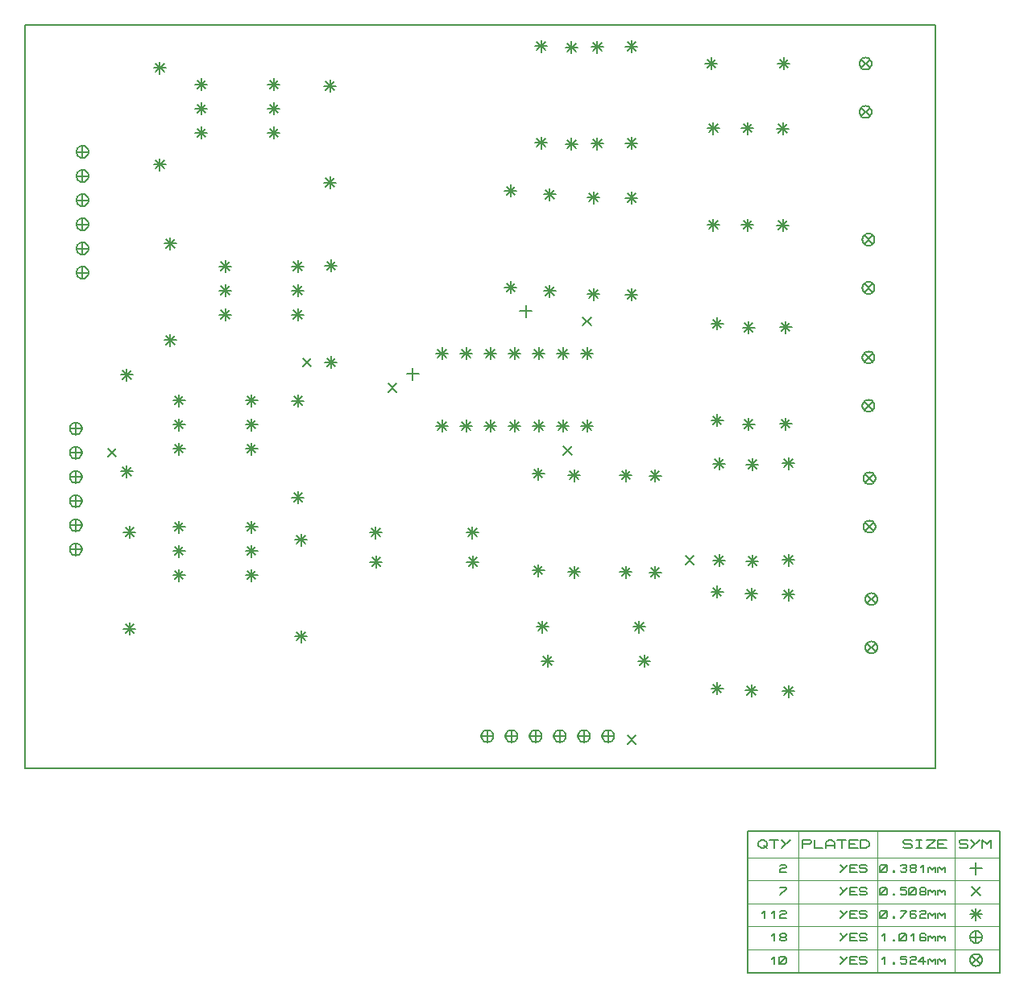
<source format=gbr>
G04 PROTEUS RS274X GERBER FILE*
%FSLAX45Y45*%
%MOMM*%
G01*
%ADD19C,0.203200*%
%ADD71C,0.127000*%
%ADD70C,0.063500*%
D19*
X+214901Y+504901D02*
X+125099Y+415099D01*
X+214901Y+415099D02*
X+125099Y+504901D01*
X-1835099Y-445099D02*
X-1924901Y-534901D01*
X-1835099Y-534901D02*
X-1924901Y-445099D01*
X+1112901Y+234901D02*
X+1023099Y+145099D01*
X+1112901Y+145099D02*
X+1023099Y+234901D01*
X+3624901Y-3465099D02*
X+3535099Y-3554901D01*
X+3624901Y-3554901D02*
X+3535099Y-3465099D01*
X+2952901Y-425099D02*
X+2863099Y-514901D01*
X+2952901Y-514901D02*
X+2863099Y-425099D01*
X+4234901Y-1575099D02*
X+4145099Y-1664901D01*
X+4234901Y-1664901D02*
X+4145099Y-1575099D01*
X+1280000Y+403500D02*
X+1280000Y+276500D01*
X+1343500Y+340000D02*
X+1216500Y+340000D01*
X+2470000Y+1063500D02*
X+2470000Y+936500D01*
X+2533500Y+1000000D02*
X+2406500Y+1000000D01*
X+3156901Y+934901D02*
X+3067099Y+845099D01*
X+3156901Y+845099D02*
X+3067099Y+934901D01*
X+6103500Y+3092000D02*
X+6103275Y+3097335D01*
X+6101449Y+3108007D01*
X+6097624Y+3118679D01*
X+6091353Y+3129351D01*
X+6081780Y+3139819D01*
X+6071108Y+3147358D01*
X+6060436Y+3152122D01*
X+6049764Y+3154745D01*
X+6040000Y+3155500D01*
X+5976500Y+3092000D02*
X+5976725Y+3097335D01*
X+5978551Y+3108007D01*
X+5982376Y+3118679D01*
X+5988647Y+3129351D01*
X+5998220Y+3139819D01*
X+6008892Y+3147358D01*
X+6019564Y+3152122D01*
X+6030236Y+3154745D01*
X+6040000Y+3155500D01*
X+5976500Y+3092000D02*
X+5976725Y+3086665D01*
X+5978551Y+3075993D01*
X+5982376Y+3065321D01*
X+5988647Y+3054649D01*
X+5998220Y+3044181D01*
X+6008892Y+3036642D01*
X+6019564Y+3031878D01*
X+6030236Y+3029255D01*
X+6040000Y+3028500D01*
X+6103500Y+3092000D02*
X+6103275Y+3086665D01*
X+6101449Y+3075993D01*
X+6097624Y+3065321D01*
X+6091353Y+3054649D01*
X+6081780Y+3044181D01*
X+6071108Y+3036642D01*
X+6060436Y+3031878D01*
X+6049764Y+3029255D01*
X+6040000Y+3028500D01*
X+6084901Y+3136901D02*
X+5995099Y+3047099D01*
X+6084901Y+3047099D02*
X+5995099Y+3136901D01*
X+6103500Y+3600000D02*
X+6103275Y+3605335D01*
X+6101449Y+3616007D01*
X+6097624Y+3626679D01*
X+6091353Y+3637351D01*
X+6081780Y+3647819D01*
X+6071108Y+3655358D01*
X+6060436Y+3660122D01*
X+6049764Y+3662745D01*
X+6040000Y+3663500D01*
X+5976500Y+3600000D02*
X+5976725Y+3605335D01*
X+5978551Y+3616007D01*
X+5982376Y+3626679D01*
X+5988647Y+3637351D01*
X+5998220Y+3647819D01*
X+6008892Y+3655358D01*
X+6019564Y+3660122D01*
X+6030236Y+3662745D01*
X+6040000Y+3663500D01*
X+5976500Y+3600000D02*
X+5976725Y+3594665D01*
X+5978551Y+3583993D01*
X+5982376Y+3573321D01*
X+5988647Y+3562649D01*
X+5998220Y+3552181D01*
X+6008892Y+3544642D01*
X+6019564Y+3539878D01*
X+6030236Y+3537255D01*
X+6040000Y+3536500D01*
X+6103500Y+3600000D02*
X+6103275Y+3594665D01*
X+6101449Y+3583993D01*
X+6097624Y+3573321D01*
X+6091353Y+3562649D01*
X+6081780Y+3552181D01*
X+6071108Y+3544642D01*
X+6060436Y+3539878D01*
X+6049764Y+3537255D01*
X+6040000Y+3536500D01*
X+6084901Y+3644901D02*
X+5995099Y+3555099D01*
X+6084901Y+3555099D02*
X+5995099Y+3644901D01*
X+5180000Y+3663500D02*
X+5180000Y+3536500D01*
X+5243500Y+3600000D02*
X+5116500Y+3600000D01*
X+5224901Y+3644901D02*
X+5135099Y+3555099D01*
X+5224901Y+3555099D02*
X+5135099Y+3644901D01*
X+4418000Y+3663500D02*
X+4418000Y+3536500D01*
X+4481500Y+3600000D02*
X+4354500Y+3600000D01*
X+4462901Y+3644901D02*
X+4373099Y+3555099D01*
X+4462901Y+3555099D02*
X+4373099Y+3644901D01*
X+1588000Y+615500D02*
X+1588000Y+488500D01*
X+1651500Y+552000D02*
X+1524500Y+552000D01*
X+1632901Y+596901D02*
X+1543099Y+507099D01*
X+1632901Y+507099D02*
X+1543099Y+596901D01*
X+1842000Y+615500D02*
X+1842000Y+488500D01*
X+1905500Y+552000D02*
X+1778500Y+552000D01*
X+1886901Y+596901D02*
X+1797099Y+507099D01*
X+1886901Y+507099D02*
X+1797099Y+596901D01*
X+2096000Y+615500D02*
X+2096000Y+488500D01*
X+2159500Y+552000D02*
X+2032500Y+552000D01*
X+2140901Y+596901D02*
X+2051099Y+507099D01*
X+2140901Y+507099D02*
X+2051099Y+596901D01*
X+2350000Y+615500D02*
X+2350000Y+488500D01*
X+2413500Y+552000D02*
X+2286500Y+552000D01*
X+2394901Y+596901D02*
X+2305099Y+507099D01*
X+2394901Y+507099D02*
X+2305099Y+596901D01*
X+2604000Y+615500D02*
X+2604000Y+488500D01*
X+2667500Y+552000D02*
X+2540500Y+552000D01*
X+2648901Y+596901D02*
X+2559099Y+507099D01*
X+2648901Y+507099D02*
X+2559099Y+596901D01*
X+2858000Y+615500D02*
X+2858000Y+488500D01*
X+2921500Y+552000D02*
X+2794500Y+552000D01*
X+2902901Y+596901D02*
X+2813099Y+507099D01*
X+2902901Y+507099D02*
X+2813099Y+596901D01*
X+3112000Y+615500D02*
X+3112000Y+488500D01*
X+3175500Y+552000D02*
X+3048500Y+552000D01*
X+3156901Y+596901D02*
X+3067099Y+507099D01*
X+3156901Y+507099D02*
X+3067099Y+596901D01*
X+3112000Y-146500D02*
X+3112000Y-273500D01*
X+3175500Y-210000D02*
X+3048500Y-210000D01*
X+3156901Y-165099D02*
X+3067099Y-254901D01*
X+3156901Y-254901D02*
X+3067099Y-165099D01*
X+2858000Y-146500D02*
X+2858000Y-273500D01*
X+2921500Y-210000D02*
X+2794500Y-210000D01*
X+2902901Y-165099D02*
X+2813099Y-254901D01*
X+2902901Y-254901D02*
X+2813099Y-165099D01*
X+2604000Y-146500D02*
X+2604000Y-273500D01*
X+2667500Y-210000D02*
X+2540500Y-210000D01*
X+2648901Y-165099D02*
X+2559099Y-254901D01*
X+2648901Y-254901D02*
X+2559099Y-165099D01*
X+2350000Y-146500D02*
X+2350000Y-273500D01*
X+2413500Y-210000D02*
X+2286500Y-210000D01*
X+2394901Y-165099D02*
X+2305099Y-254901D01*
X+2394901Y-254901D02*
X+2305099Y-165099D01*
X+2096000Y-146500D02*
X+2096000Y-273500D01*
X+2159500Y-210000D02*
X+2032500Y-210000D01*
X+2140901Y-165099D02*
X+2051099Y-254901D01*
X+2140901Y-254901D02*
X+2051099Y-165099D01*
X+1842000Y-146500D02*
X+1842000Y-273500D01*
X+1905500Y-210000D02*
X+1778500Y-210000D01*
X+1886901Y-165099D02*
X+1797099Y-254901D01*
X+1886901Y-254901D02*
X+1797099Y-165099D01*
X+1588000Y-146500D02*
X+1588000Y-273500D01*
X+1651500Y-210000D02*
X+1524500Y-210000D01*
X+1632901Y-165099D02*
X+1543099Y-254901D01*
X+1632901Y-254901D02*
X+1543099Y-165099D01*
X+6133500Y+1242000D02*
X+6133275Y+1247335D01*
X+6131449Y+1258007D01*
X+6127624Y+1268679D01*
X+6121353Y+1279351D01*
X+6111780Y+1289819D01*
X+6101108Y+1297358D01*
X+6090436Y+1302122D01*
X+6079764Y+1304745D01*
X+6070000Y+1305500D01*
X+6006500Y+1242000D02*
X+6006725Y+1247335D01*
X+6008551Y+1258007D01*
X+6012376Y+1268679D01*
X+6018647Y+1279351D01*
X+6028220Y+1289819D01*
X+6038892Y+1297358D01*
X+6049564Y+1302122D01*
X+6060236Y+1304745D01*
X+6070000Y+1305500D01*
X+6006500Y+1242000D02*
X+6006725Y+1236665D01*
X+6008551Y+1225993D01*
X+6012376Y+1215321D01*
X+6018647Y+1204649D01*
X+6028220Y+1194181D01*
X+6038892Y+1186642D01*
X+6049564Y+1181878D01*
X+6060236Y+1179255D01*
X+6070000Y+1178500D01*
X+6133500Y+1242000D02*
X+6133275Y+1236665D01*
X+6131449Y+1225993D01*
X+6127624Y+1215321D01*
X+6121353Y+1204649D01*
X+6111780Y+1194181D01*
X+6101108Y+1186642D01*
X+6090436Y+1181878D01*
X+6079764Y+1179255D01*
X+6070000Y+1178500D01*
X+6114901Y+1286901D02*
X+6025099Y+1197099D01*
X+6114901Y+1197099D02*
X+6025099Y+1286901D01*
X+6133500Y+1750000D02*
X+6133275Y+1755335D01*
X+6131449Y+1766007D01*
X+6127624Y+1776679D01*
X+6121353Y+1787351D01*
X+6111780Y+1797819D01*
X+6101108Y+1805358D01*
X+6090436Y+1810122D01*
X+6079764Y+1812745D01*
X+6070000Y+1813500D01*
X+6006500Y+1750000D02*
X+6006725Y+1755335D01*
X+6008551Y+1766007D01*
X+6012376Y+1776679D01*
X+6018647Y+1787351D01*
X+6028220Y+1797819D01*
X+6038892Y+1805358D01*
X+6049564Y+1810122D01*
X+6060236Y+1812745D01*
X+6070000Y+1813500D01*
X+6006500Y+1750000D02*
X+6006725Y+1744665D01*
X+6008551Y+1733993D01*
X+6012376Y+1723321D01*
X+6018647Y+1712649D01*
X+6028220Y+1702181D01*
X+6038892Y+1694642D01*
X+6049564Y+1689878D01*
X+6060236Y+1687255D01*
X+6070000Y+1686500D01*
X+6133500Y+1750000D02*
X+6133275Y+1744665D01*
X+6131449Y+1733993D01*
X+6127624Y+1723321D01*
X+6121353Y+1712649D01*
X+6111780Y+1702181D01*
X+6101108Y+1694642D01*
X+6090436Y+1689878D01*
X+6079764Y+1687255D01*
X+6070000Y+1686500D01*
X+6114901Y+1794901D02*
X+6025099Y+1705099D01*
X+6114901Y+1705099D02*
X+6025099Y+1794901D01*
X+6133500Y+2000D02*
X+6133275Y+7335D01*
X+6131449Y+18007D01*
X+6127624Y+28679D01*
X+6121353Y+39351D01*
X+6111780Y+49819D01*
X+6101108Y+57358D01*
X+6090436Y+62122D01*
X+6079764Y+64745D01*
X+6070000Y+65500D01*
X+6006500Y+2000D02*
X+6006725Y+7335D01*
X+6008551Y+18007D01*
X+6012376Y+28679D01*
X+6018647Y+39351D01*
X+6028220Y+49819D01*
X+6038892Y+57358D01*
X+6049564Y+62122D01*
X+6060236Y+64745D01*
X+6070000Y+65500D01*
X+6006500Y+2000D02*
X+6006725Y-3335D01*
X+6008551Y-14007D01*
X+6012376Y-24679D01*
X+6018647Y-35351D01*
X+6028220Y-45819D01*
X+6038892Y-53358D01*
X+6049564Y-58122D01*
X+6060236Y-60745D01*
X+6070000Y-61500D01*
X+6133500Y+2000D02*
X+6133275Y-3335D01*
X+6131449Y-14007D01*
X+6127624Y-24679D01*
X+6121353Y-35351D01*
X+6111780Y-45819D01*
X+6101108Y-53358D01*
X+6090436Y-58122D01*
X+6079764Y-60745D01*
X+6070000Y-61500D01*
X+6114901Y+46901D02*
X+6025099Y-42901D01*
X+6114901Y-42901D02*
X+6025099Y+46901D01*
X+6133500Y+510000D02*
X+6133275Y+515335D01*
X+6131449Y+526007D01*
X+6127624Y+536679D01*
X+6121353Y+547351D01*
X+6111780Y+557819D01*
X+6101108Y+565358D01*
X+6090436Y+570122D01*
X+6079764Y+572745D01*
X+6070000Y+573500D01*
X+6006500Y+510000D02*
X+6006725Y+515335D01*
X+6008551Y+526007D01*
X+6012376Y+536679D01*
X+6018647Y+547351D01*
X+6028220Y+557819D01*
X+6038892Y+565358D01*
X+6049564Y+570122D01*
X+6060236Y+572745D01*
X+6070000Y+573500D01*
X+6006500Y+510000D02*
X+6006725Y+504665D01*
X+6008551Y+493993D01*
X+6012376Y+483321D01*
X+6018647Y+472649D01*
X+6028220Y+462181D01*
X+6038892Y+454642D01*
X+6049564Y+449878D01*
X+6060236Y+447255D01*
X+6070000Y+446500D01*
X+6133500Y+510000D02*
X+6133275Y+504665D01*
X+6131449Y+493993D01*
X+6127624Y+483321D01*
X+6121353Y+472649D01*
X+6111780Y+462181D01*
X+6101108Y+454642D01*
X+6090436Y+449878D01*
X+6079764Y+447255D01*
X+6070000Y+446500D01*
X+6114901Y+554901D02*
X+6025099Y+465099D01*
X+6114901Y+465099D02*
X+6025099Y+554901D01*
X-2126500Y+2672000D02*
X-2126725Y+2677335D01*
X-2128551Y+2688007D01*
X-2132376Y+2698679D01*
X-2138647Y+2709351D01*
X-2148220Y+2719819D01*
X-2158892Y+2727358D01*
X-2169564Y+2732122D01*
X-2180236Y+2734745D01*
X-2190000Y+2735500D01*
X-2253500Y+2672000D02*
X-2253275Y+2677335D01*
X-2251449Y+2688007D01*
X-2247624Y+2698679D01*
X-2241353Y+2709351D01*
X-2231780Y+2719819D01*
X-2221108Y+2727358D01*
X-2210436Y+2732122D01*
X-2199764Y+2734745D01*
X-2190000Y+2735500D01*
X-2253500Y+2672000D02*
X-2253275Y+2666665D01*
X-2251449Y+2655993D01*
X-2247624Y+2645321D01*
X-2241353Y+2634649D01*
X-2231780Y+2624181D01*
X-2221108Y+2616642D01*
X-2210436Y+2611878D01*
X-2199764Y+2609255D01*
X-2190000Y+2608500D01*
X-2126500Y+2672000D02*
X-2126725Y+2666665D01*
X-2128551Y+2655993D01*
X-2132376Y+2645321D01*
X-2138647Y+2634649D01*
X-2148220Y+2624181D01*
X-2158892Y+2616642D01*
X-2169564Y+2611878D01*
X-2180236Y+2609255D01*
X-2190000Y+2608500D01*
X-2190000Y+2735500D02*
X-2190000Y+2608500D01*
X-2126500Y+2672000D02*
X-2253500Y+2672000D01*
X-2126500Y+2418000D02*
X-2126725Y+2423335D01*
X-2128551Y+2434007D01*
X-2132376Y+2444679D01*
X-2138647Y+2455351D01*
X-2148220Y+2465819D01*
X-2158892Y+2473358D01*
X-2169564Y+2478122D01*
X-2180236Y+2480745D01*
X-2190000Y+2481500D01*
X-2253500Y+2418000D02*
X-2253275Y+2423335D01*
X-2251449Y+2434007D01*
X-2247624Y+2444679D01*
X-2241353Y+2455351D01*
X-2231780Y+2465819D01*
X-2221108Y+2473358D01*
X-2210436Y+2478122D01*
X-2199764Y+2480745D01*
X-2190000Y+2481500D01*
X-2253500Y+2418000D02*
X-2253275Y+2412665D01*
X-2251449Y+2401993D01*
X-2247624Y+2391321D01*
X-2241353Y+2380649D01*
X-2231780Y+2370181D01*
X-2221108Y+2362642D01*
X-2210436Y+2357878D01*
X-2199764Y+2355255D01*
X-2190000Y+2354500D01*
X-2126500Y+2418000D02*
X-2126725Y+2412665D01*
X-2128551Y+2401993D01*
X-2132376Y+2391321D01*
X-2138647Y+2380649D01*
X-2148220Y+2370181D01*
X-2158892Y+2362642D01*
X-2169564Y+2357878D01*
X-2180236Y+2355255D01*
X-2190000Y+2354500D01*
X-2190000Y+2481500D02*
X-2190000Y+2354500D01*
X-2126500Y+2418000D02*
X-2253500Y+2418000D01*
X-2126500Y+2164000D02*
X-2126725Y+2169335D01*
X-2128551Y+2180007D01*
X-2132376Y+2190679D01*
X-2138647Y+2201351D01*
X-2148220Y+2211819D01*
X-2158892Y+2219358D01*
X-2169564Y+2224122D01*
X-2180236Y+2226745D01*
X-2190000Y+2227500D01*
X-2253500Y+2164000D02*
X-2253275Y+2169335D01*
X-2251449Y+2180007D01*
X-2247624Y+2190679D01*
X-2241353Y+2201351D01*
X-2231780Y+2211819D01*
X-2221108Y+2219358D01*
X-2210436Y+2224122D01*
X-2199764Y+2226745D01*
X-2190000Y+2227500D01*
X-2253500Y+2164000D02*
X-2253275Y+2158665D01*
X-2251449Y+2147993D01*
X-2247624Y+2137321D01*
X-2241353Y+2126649D01*
X-2231780Y+2116181D01*
X-2221108Y+2108642D01*
X-2210436Y+2103878D01*
X-2199764Y+2101255D01*
X-2190000Y+2100500D01*
X-2126500Y+2164000D02*
X-2126725Y+2158665D01*
X-2128551Y+2147993D01*
X-2132376Y+2137321D01*
X-2138647Y+2126649D01*
X-2148220Y+2116181D01*
X-2158892Y+2108642D01*
X-2169564Y+2103878D01*
X-2180236Y+2101255D01*
X-2190000Y+2100500D01*
X-2190000Y+2227500D02*
X-2190000Y+2100500D01*
X-2126500Y+2164000D02*
X-2253500Y+2164000D01*
X-2126500Y+1910000D02*
X-2126725Y+1915335D01*
X-2128551Y+1926007D01*
X-2132376Y+1936679D01*
X-2138647Y+1947351D01*
X-2148220Y+1957819D01*
X-2158892Y+1965358D01*
X-2169564Y+1970122D01*
X-2180236Y+1972745D01*
X-2190000Y+1973500D01*
X-2253500Y+1910000D02*
X-2253275Y+1915335D01*
X-2251449Y+1926007D01*
X-2247624Y+1936679D01*
X-2241353Y+1947351D01*
X-2231780Y+1957819D01*
X-2221108Y+1965358D01*
X-2210436Y+1970122D01*
X-2199764Y+1972745D01*
X-2190000Y+1973500D01*
X-2253500Y+1910000D02*
X-2253275Y+1904665D01*
X-2251449Y+1893993D01*
X-2247624Y+1883321D01*
X-2241353Y+1872649D01*
X-2231780Y+1862181D01*
X-2221108Y+1854642D01*
X-2210436Y+1849878D01*
X-2199764Y+1847255D01*
X-2190000Y+1846500D01*
X-2126500Y+1910000D02*
X-2126725Y+1904665D01*
X-2128551Y+1893993D01*
X-2132376Y+1883321D01*
X-2138647Y+1872649D01*
X-2148220Y+1862181D01*
X-2158892Y+1854642D01*
X-2169564Y+1849878D01*
X-2180236Y+1847255D01*
X-2190000Y+1846500D01*
X-2190000Y+1973500D02*
X-2190000Y+1846500D01*
X-2126500Y+1910000D02*
X-2253500Y+1910000D01*
X-2126500Y+1656000D02*
X-2126725Y+1661335D01*
X-2128551Y+1672007D01*
X-2132376Y+1682679D01*
X-2138647Y+1693351D01*
X-2148220Y+1703819D01*
X-2158892Y+1711358D01*
X-2169564Y+1716122D01*
X-2180236Y+1718745D01*
X-2190000Y+1719500D01*
X-2253500Y+1656000D02*
X-2253275Y+1661335D01*
X-2251449Y+1672007D01*
X-2247624Y+1682679D01*
X-2241353Y+1693351D01*
X-2231780Y+1703819D01*
X-2221108Y+1711358D01*
X-2210436Y+1716122D01*
X-2199764Y+1718745D01*
X-2190000Y+1719500D01*
X-2253500Y+1656000D02*
X-2253275Y+1650665D01*
X-2251449Y+1639993D01*
X-2247624Y+1629321D01*
X-2241353Y+1618649D01*
X-2231780Y+1608181D01*
X-2221108Y+1600642D01*
X-2210436Y+1595878D01*
X-2199764Y+1593255D01*
X-2190000Y+1592500D01*
X-2126500Y+1656000D02*
X-2126725Y+1650665D01*
X-2128551Y+1639993D01*
X-2132376Y+1629321D01*
X-2138647Y+1618649D01*
X-2148220Y+1608181D01*
X-2158892Y+1600642D01*
X-2169564Y+1595878D01*
X-2180236Y+1593255D01*
X-2190000Y+1592500D01*
X-2190000Y+1719500D02*
X-2190000Y+1592500D01*
X-2126500Y+1656000D02*
X-2253500Y+1656000D01*
X-2126500Y+1402000D02*
X-2126725Y+1407335D01*
X-2128551Y+1418007D01*
X-2132376Y+1428679D01*
X-2138647Y+1439351D01*
X-2148220Y+1449819D01*
X-2158892Y+1457358D01*
X-2169564Y+1462122D01*
X-2180236Y+1464745D01*
X-2190000Y+1465500D01*
X-2253500Y+1402000D02*
X-2253275Y+1407335D01*
X-2251449Y+1418007D01*
X-2247624Y+1428679D01*
X-2241353Y+1439351D01*
X-2231780Y+1449819D01*
X-2221108Y+1457358D01*
X-2210436Y+1462122D01*
X-2199764Y+1464745D01*
X-2190000Y+1465500D01*
X-2253500Y+1402000D02*
X-2253275Y+1396665D01*
X-2251449Y+1385993D01*
X-2247624Y+1375321D01*
X-2241353Y+1364649D01*
X-2231780Y+1354181D01*
X-2221108Y+1346642D01*
X-2210436Y+1341878D01*
X-2199764Y+1339255D01*
X-2190000Y+1338500D01*
X-2126500Y+1402000D02*
X-2126725Y+1396665D01*
X-2128551Y+1385993D01*
X-2132376Y+1375321D01*
X-2138647Y+1364649D01*
X-2148220Y+1354181D01*
X-2158892Y+1346642D01*
X-2169564Y+1341878D01*
X-2180236Y+1339255D01*
X-2190000Y+1338500D01*
X-2190000Y+1465500D02*
X-2190000Y+1338500D01*
X-2126500Y+1402000D02*
X-2253500Y+1402000D01*
X+6143500Y-1268000D02*
X+6143275Y-1262665D01*
X+6141449Y-1251993D01*
X+6137624Y-1241321D01*
X+6131353Y-1230649D01*
X+6121780Y-1220181D01*
X+6111108Y-1212642D01*
X+6100436Y-1207878D01*
X+6089764Y-1205255D01*
X+6080000Y-1204500D01*
X+6016500Y-1268000D02*
X+6016725Y-1262665D01*
X+6018551Y-1251993D01*
X+6022376Y-1241321D01*
X+6028647Y-1230649D01*
X+6038220Y-1220181D01*
X+6048892Y-1212642D01*
X+6059564Y-1207878D01*
X+6070236Y-1205255D01*
X+6080000Y-1204500D01*
X+6016500Y-1268000D02*
X+6016725Y-1273335D01*
X+6018551Y-1284007D01*
X+6022376Y-1294679D01*
X+6028647Y-1305351D01*
X+6038220Y-1315819D01*
X+6048892Y-1323358D01*
X+6059564Y-1328122D01*
X+6070236Y-1330745D01*
X+6080000Y-1331500D01*
X+6143500Y-1268000D02*
X+6143275Y-1273335D01*
X+6141449Y-1284007D01*
X+6137624Y-1294679D01*
X+6131353Y-1305351D01*
X+6121780Y-1315819D01*
X+6111108Y-1323358D01*
X+6100436Y-1328122D01*
X+6089764Y-1330745D01*
X+6080000Y-1331500D01*
X+6124901Y-1223099D02*
X+6035099Y-1312901D01*
X+6124901Y-1312901D02*
X+6035099Y-1223099D01*
X+6143500Y-760000D02*
X+6143275Y-754665D01*
X+6141449Y-743993D01*
X+6137624Y-733321D01*
X+6131353Y-722649D01*
X+6121780Y-712181D01*
X+6111108Y-704642D01*
X+6100436Y-699878D01*
X+6089764Y-697255D01*
X+6080000Y-696500D01*
X+6016500Y-760000D02*
X+6016725Y-754665D01*
X+6018551Y-743993D01*
X+6022376Y-733321D01*
X+6028647Y-722649D01*
X+6038220Y-712181D01*
X+6048892Y-704642D01*
X+6059564Y-699878D01*
X+6070236Y-697255D01*
X+6080000Y-696500D01*
X+6016500Y-760000D02*
X+6016725Y-765335D01*
X+6018551Y-776007D01*
X+6022376Y-786679D01*
X+6028647Y-797351D01*
X+6038220Y-807819D01*
X+6048892Y-815358D01*
X+6059564Y-820122D01*
X+6070236Y-822745D01*
X+6080000Y-823500D01*
X+6143500Y-760000D02*
X+6143275Y-765335D01*
X+6141449Y-776007D01*
X+6137624Y-786679D01*
X+6131353Y-797351D01*
X+6121780Y-807819D01*
X+6111108Y-815358D01*
X+6100436Y-820122D01*
X+6089764Y-822745D01*
X+6080000Y-823500D01*
X+6124901Y-715099D02*
X+6035099Y-804901D01*
X+6124901Y-804901D02*
X+6035099Y-715099D01*
X+6163500Y-2538000D02*
X+6163275Y-2532665D01*
X+6161449Y-2521993D01*
X+6157624Y-2511321D01*
X+6151353Y-2500649D01*
X+6141780Y-2490181D01*
X+6131108Y-2482642D01*
X+6120436Y-2477878D01*
X+6109764Y-2475255D01*
X+6100000Y-2474500D01*
X+6036500Y-2538000D02*
X+6036725Y-2532665D01*
X+6038551Y-2521993D01*
X+6042376Y-2511321D01*
X+6048647Y-2500649D01*
X+6058220Y-2490181D01*
X+6068892Y-2482642D01*
X+6079564Y-2477878D01*
X+6090236Y-2475255D01*
X+6100000Y-2474500D01*
X+6036500Y-2538000D02*
X+6036725Y-2543335D01*
X+6038551Y-2554007D01*
X+6042376Y-2564679D01*
X+6048647Y-2575351D01*
X+6058220Y-2585819D01*
X+6068892Y-2593358D01*
X+6079564Y-2598122D01*
X+6090236Y-2600745D01*
X+6100000Y-2601500D01*
X+6163500Y-2538000D02*
X+6163275Y-2543335D01*
X+6161449Y-2554007D01*
X+6157624Y-2564679D01*
X+6151353Y-2575351D01*
X+6141780Y-2585819D01*
X+6131108Y-2593358D01*
X+6120436Y-2598122D01*
X+6109764Y-2600745D01*
X+6100000Y-2601500D01*
X+6144901Y-2493099D02*
X+6055099Y-2582901D01*
X+6144901Y-2582901D02*
X+6055099Y-2493099D01*
X+6163500Y-2030000D02*
X+6163275Y-2024665D01*
X+6161449Y-2013993D01*
X+6157624Y-2003321D01*
X+6151353Y-1992649D01*
X+6141780Y-1982181D01*
X+6131108Y-1974642D01*
X+6120436Y-1969878D01*
X+6109764Y-1967255D01*
X+6100000Y-1966500D01*
X+6036500Y-2030000D02*
X+6036725Y-2024665D01*
X+6038551Y-2013993D01*
X+6042376Y-2003321D01*
X+6048647Y-1992649D01*
X+6058220Y-1982181D01*
X+6068892Y-1974642D01*
X+6079564Y-1969878D01*
X+6090236Y-1967255D01*
X+6100000Y-1966500D01*
X+6036500Y-2030000D02*
X+6036725Y-2035335D01*
X+6038551Y-2046007D01*
X+6042376Y-2056679D01*
X+6048647Y-2067351D01*
X+6058220Y-2077819D01*
X+6068892Y-2085358D01*
X+6079564Y-2090122D01*
X+6090236Y-2092745D01*
X+6100000Y-2093500D01*
X+6163500Y-2030000D02*
X+6163275Y-2035335D01*
X+6161449Y-2046007D01*
X+6157624Y-2056679D01*
X+6151353Y-2067351D01*
X+6141780Y-2077819D01*
X+6131108Y-2085358D01*
X+6120436Y-2090122D01*
X+6109764Y-2092745D01*
X+6100000Y-2093500D01*
X+6144901Y-1985099D02*
X+6055099Y-2074901D01*
X+6144901Y-2074901D02*
X+6055099Y-1985099D01*
X+3397500Y-3470000D02*
X+3397275Y-3464665D01*
X+3395449Y-3453993D01*
X+3391624Y-3443321D01*
X+3385353Y-3432649D01*
X+3375780Y-3422181D01*
X+3365108Y-3414642D01*
X+3354436Y-3409878D01*
X+3343764Y-3407255D01*
X+3334000Y-3406500D01*
X+3270500Y-3470000D02*
X+3270725Y-3464665D01*
X+3272551Y-3453993D01*
X+3276376Y-3443321D01*
X+3282647Y-3432649D01*
X+3292220Y-3422181D01*
X+3302892Y-3414642D01*
X+3313564Y-3409878D01*
X+3324236Y-3407255D01*
X+3334000Y-3406500D01*
X+3270500Y-3470000D02*
X+3270725Y-3475335D01*
X+3272551Y-3486007D01*
X+3276376Y-3496679D01*
X+3282647Y-3507351D01*
X+3292220Y-3517819D01*
X+3302892Y-3525358D01*
X+3313564Y-3530122D01*
X+3324236Y-3532745D01*
X+3334000Y-3533500D01*
X+3397500Y-3470000D02*
X+3397275Y-3475335D01*
X+3395449Y-3486007D01*
X+3391624Y-3496679D01*
X+3385353Y-3507351D01*
X+3375780Y-3517819D01*
X+3365108Y-3525358D01*
X+3354436Y-3530122D01*
X+3343764Y-3532745D01*
X+3334000Y-3533500D01*
X+3334000Y-3406500D02*
X+3334000Y-3533500D01*
X+3397500Y-3470000D02*
X+3270500Y-3470000D01*
X+3143500Y-3470000D02*
X+3143275Y-3464665D01*
X+3141449Y-3453993D01*
X+3137624Y-3443321D01*
X+3131353Y-3432649D01*
X+3121780Y-3422181D01*
X+3111108Y-3414642D01*
X+3100436Y-3409878D01*
X+3089764Y-3407255D01*
X+3080000Y-3406500D01*
X+3016500Y-3470000D02*
X+3016725Y-3464665D01*
X+3018551Y-3453993D01*
X+3022376Y-3443321D01*
X+3028647Y-3432649D01*
X+3038220Y-3422181D01*
X+3048892Y-3414642D01*
X+3059564Y-3409878D01*
X+3070236Y-3407255D01*
X+3080000Y-3406500D01*
X+3016500Y-3470000D02*
X+3016725Y-3475335D01*
X+3018551Y-3486007D01*
X+3022376Y-3496679D01*
X+3028647Y-3507351D01*
X+3038220Y-3517819D01*
X+3048892Y-3525358D01*
X+3059564Y-3530122D01*
X+3070236Y-3532745D01*
X+3080000Y-3533500D01*
X+3143500Y-3470000D02*
X+3143275Y-3475335D01*
X+3141449Y-3486007D01*
X+3137624Y-3496679D01*
X+3131353Y-3507351D01*
X+3121780Y-3517819D01*
X+3111108Y-3525358D01*
X+3100436Y-3530122D01*
X+3089764Y-3532745D01*
X+3080000Y-3533500D01*
X+3080000Y-3406500D02*
X+3080000Y-3533500D01*
X+3143500Y-3470000D02*
X+3016500Y-3470000D01*
X+2889500Y-3470000D02*
X+2889275Y-3464665D01*
X+2887449Y-3453993D01*
X+2883624Y-3443321D01*
X+2877353Y-3432649D01*
X+2867780Y-3422181D01*
X+2857108Y-3414642D01*
X+2846436Y-3409878D01*
X+2835764Y-3407255D01*
X+2826000Y-3406500D01*
X+2762500Y-3470000D02*
X+2762725Y-3464665D01*
X+2764551Y-3453993D01*
X+2768376Y-3443321D01*
X+2774647Y-3432649D01*
X+2784220Y-3422181D01*
X+2794892Y-3414642D01*
X+2805564Y-3409878D01*
X+2816236Y-3407255D01*
X+2826000Y-3406500D01*
X+2762500Y-3470000D02*
X+2762725Y-3475335D01*
X+2764551Y-3486007D01*
X+2768376Y-3496679D01*
X+2774647Y-3507351D01*
X+2784220Y-3517819D01*
X+2794892Y-3525358D01*
X+2805564Y-3530122D01*
X+2816236Y-3532745D01*
X+2826000Y-3533500D01*
X+2889500Y-3470000D02*
X+2889275Y-3475335D01*
X+2887449Y-3486007D01*
X+2883624Y-3496679D01*
X+2877353Y-3507351D01*
X+2867780Y-3517819D01*
X+2857108Y-3525358D01*
X+2846436Y-3530122D01*
X+2835764Y-3532745D01*
X+2826000Y-3533500D01*
X+2826000Y-3406500D02*
X+2826000Y-3533500D01*
X+2889500Y-3470000D02*
X+2762500Y-3470000D01*
X+2635500Y-3470000D02*
X+2635275Y-3464665D01*
X+2633449Y-3453993D01*
X+2629624Y-3443321D01*
X+2623353Y-3432649D01*
X+2613780Y-3422181D01*
X+2603108Y-3414642D01*
X+2592436Y-3409878D01*
X+2581764Y-3407255D01*
X+2572000Y-3406500D01*
X+2508500Y-3470000D02*
X+2508725Y-3464665D01*
X+2510551Y-3453993D01*
X+2514376Y-3443321D01*
X+2520647Y-3432649D01*
X+2530220Y-3422181D01*
X+2540892Y-3414642D01*
X+2551564Y-3409878D01*
X+2562236Y-3407255D01*
X+2572000Y-3406500D01*
X+2508500Y-3470000D02*
X+2508725Y-3475335D01*
X+2510551Y-3486007D01*
X+2514376Y-3496679D01*
X+2520647Y-3507351D01*
X+2530220Y-3517819D01*
X+2540892Y-3525358D01*
X+2551564Y-3530122D01*
X+2562236Y-3532745D01*
X+2572000Y-3533500D01*
X+2635500Y-3470000D02*
X+2635275Y-3475335D01*
X+2633449Y-3486007D01*
X+2629624Y-3496679D01*
X+2623353Y-3507351D01*
X+2613780Y-3517819D01*
X+2603108Y-3525358D01*
X+2592436Y-3530122D01*
X+2581764Y-3532745D01*
X+2572000Y-3533500D01*
X+2572000Y-3406500D02*
X+2572000Y-3533500D01*
X+2635500Y-3470000D02*
X+2508500Y-3470000D01*
X+2381500Y-3470000D02*
X+2381275Y-3464665D01*
X+2379449Y-3453993D01*
X+2375624Y-3443321D01*
X+2369353Y-3432649D01*
X+2359780Y-3422181D01*
X+2349108Y-3414642D01*
X+2338436Y-3409878D01*
X+2327764Y-3407255D01*
X+2318000Y-3406500D01*
X+2254500Y-3470000D02*
X+2254725Y-3464665D01*
X+2256551Y-3453993D01*
X+2260376Y-3443321D01*
X+2266647Y-3432649D01*
X+2276220Y-3422181D01*
X+2286892Y-3414642D01*
X+2297564Y-3409878D01*
X+2308236Y-3407255D01*
X+2318000Y-3406500D01*
X+2254500Y-3470000D02*
X+2254725Y-3475335D01*
X+2256551Y-3486007D01*
X+2260376Y-3496679D01*
X+2266647Y-3507351D01*
X+2276220Y-3517819D01*
X+2286892Y-3525358D01*
X+2297564Y-3530122D01*
X+2308236Y-3532745D01*
X+2318000Y-3533500D01*
X+2381500Y-3470000D02*
X+2381275Y-3475335D01*
X+2379449Y-3486007D01*
X+2375624Y-3496679D01*
X+2369353Y-3507351D01*
X+2359780Y-3517819D01*
X+2349108Y-3525358D01*
X+2338436Y-3530122D01*
X+2327764Y-3532745D01*
X+2318000Y-3533500D01*
X+2318000Y-3406500D02*
X+2318000Y-3533500D01*
X+2381500Y-3470000D02*
X+2254500Y-3470000D01*
X+2127500Y-3470000D02*
X+2127275Y-3464665D01*
X+2125449Y-3453993D01*
X+2121624Y-3443321D01*
X+2115353Y-3432649D01*
X+2105780Y-3422181D01*
X+2095108Y-3414642D01*
X+2084436Y-3409878D01*
X+2073764Y-3407255D01*
X+2064000Y-3406500D01*
X+2000500Y-3470000D02*
X+2000725Y-3464665D01*
X+2002551Y-3453993D01*
X+2006376Y-3443321D01*
X+2012647Y-3432649D01*
X+2022220Y-3422181D01*
X+2032892Y-3414642D01*
X+2043564Y-3409878D01*
X+2054236Y-3407255D01*
X+2064000Y-3406500D01*
X+2000500Y-3470000D02*
X+2000725Y-3475335D01*
X+2002551Y-3486007D01*
X+2006376Y-3496679D01*
X+2012647Y-3507351D01*
X+2022220Y-3517819D01*
X+2032892Y-3525358D01*
X+2043564Y-3530122D01*
X+2054236Y-3532745D01*
X+2064000Y-3533500D01*
X+2127500Y-3470000D02*
X+2127275Y-3475335D01*
X+2125449Y-3486007D01*
X+2121624Y-3496679D01*
X+2115353Y-3507351D01*
X+2105780Y-3517819D01*
X+2095108Y-3525358D01*
X+2084436Y-3530122D01*
X+2073764Y-3532745D01*
X+2064000Y-3533500D01*
X+2064000Y-3406500D02*
X+2064000Y-3533500D01*
X+2127500Y-3470000D02*
X+2000500Y-3470000D01*
X+4800000Y+1969500D02*
X+4800000Y+1842500D01*
X+4863500Y+1906000D02*
X+4736500Y+1906000D01*
X+4844901Y+1950901D02*
X+4755099Y+1861099D01*
X+4844901Y+1861099D02*
X+4755099Y+1950901D01*
X+4800000Y+2985500D02*
X+4800000Y+2858500D01*
X+4863500Y+2922000D02*
X+4736500Y+2922000D01*
X+4844901Y+2966901D02*
X+4755099Y+2877099D01*
X+4844901Y+2877099D02*
X+4755099Y+2966901D01*
X+4440000Y+1969500D02*
X+4440000Y+1842500D01*
X+4503500Y+1906000D02*
X+4376500Y+1906000D01*
X+4484901Y+1950901D02*
X+4395099Y+1861099D01*
X+4484901Y+1861099D02*
X+4395099Y+1950901D01*
X+4440000Y+2985500D02*
X+4440000Y+2858500D01*
X+4503500Y+2922000D02*
X+4376500Y+2922000D01*
X+4484901Y+2966901D02*
X+4395099Y+2877099D01*
X+4484901Y+2877099D02*
X+4395099Y+2966901D01*
X+5170000Y+2979500D02*
X+5170000Y+2852500D01*
X+5233500Y+2916000D02*
X+5106500Y+2916000D01*
X+5214901Y+2960901D02*
X+5125099Y+2871099D01*
X+5214901Y+2871099D02*
X+5125099Y+2960901D01*
X+5170000Y+1963500D02*
X+5170000Y+1836500D01*
X+5233500Y+1900000D02*
X+5106500Y+1900000D01*
X+5214901Y+1944901D02*
X+5125099Y+1855099D01*
X+5214901Y+1855099D02*
X+5125099Y+1944901D01*
X+4480000Y-86500D02*
X+4480000Y-213500D01*
X+4543500Y-150000D02*
X+4416500Y-150000D01*
X+4524901Y-105099D02*
X+4435099Y-194901D01*
X+4524901Y-194901D02*
X+4435099Y-105099D01*
X+4480000Y+929500D02*
X+4480000Y+802500D01*
X+4543500Y+866000D02*
X+4416500Y+866000D01*
X+4524901Y+910901D02*
X+4435099Y+821099D01*
X+4524901Y+821099D02*
X+4435099Y+910901D01*
X+5200000Y+893500D02*
X+5200000Y+766500D01*
X+5263500Y+830000D02*
X+5136500Y+830000D01*
X+5244901Y+874901D02*
X+5155099Y+785099D01*
X+5244901Y+785099D02*
X+5155099Y+874901D01*
X+5200000Y-122500D02*
X+5200000Y-249500D01*
X+5263500Y-186000D02*
X+5136500Y-186000D01*
X+5244901Y-141099D02*
X+5155099Y-230901D01*
X+5244901Y-230901D02*
X+5155099Y-141099D01*
X+2720000Y+1273500D02*
X+2720000Y+1146500D01*
X+2783500Y+1210000D02*
X+2656500Y+1210000D01*
X+2764901Y+1254901D02*
X+2675099Y+1165099D01*
X+2764901Y+1165099D02*
X+2675099Y+1254901D01*
X+2720000Y+2289500D02*
X+2720000Y+2162500D01*
X+2783500Y+2226000D02*
X+2656500Y+2226000D01*
X+2764901Y+2270901D02*
X+2675099Y+2181099D01*
X+2764901Y+2181099D02*
X+2675099Y+2270901D01*
X+4850000Y-1566500D02*
X+4850000Y-1693500D01*
X+4913500Y-1630000D02*
X+4786500Y-1630000D01*
X+4894901Y-1585099D02*
X+4805099Y-1674901D01*
X+4894901Y-1674901D02*
X+4805099Y-1585099D01*
X+4850000Y-550500D02*
X+4850000Y-677500D01*
X+4913500Y-614000D02*
X+4786500Y-614000D01*
X+4894901Y-569099D02*
X+4805099Y-658901D01*
X+4894901Y-658901D02*
X+4805099Y-569099D01*
X+4500000Y-1556500D02*
X+4500000Y-1683500D01*
X+4563500Y-1620000D02*
X+4436500Y-1620000D01*
X+4544901Y-1575099D02*
X+4455099Y-1664901D01*
X+4544901Y-1664901D02*
X+4455099Y-1575099D01*
X+4500000Y-540500D02*
X+4500000Y-667500D01*
X+4563500Y-604000D02*
X+4436500Y-604000D01*
X+4544901Y-559099D02*
X+4455099Y-648901D01*
X+4544901Y-648901D02*
X+4455099Y-559099D01*
X+5230000Y-536500D02*
X+5230000Y-663500D01*
X+5293500Y-600000D02*
X+5166500Y-600000D01*
X+5274901Y-555099D02*
X+5185099Y-644901D01*
X+5274901Y-644901D02*
X+5185099Y-555099D01*
X+5230000Y-1552500D02*
X+5230000Y-1679500D01*
X+5293500Y-1616000D02*
X+5166500Y-1616000D01*
X+5274901Y-1571099D02*
X+5185099Y-1660901D01*
X+5274901Y-1660901D02*
X+5185099Y-1571099D01*
X+4840000Y-2926500D02*
X+4840000Y-3053500D01*
X+4903500Y-2990000D02*
X+4776500Y-2990000D01*
X+4884901Y-2945099D02*
X+4795099Y-3034901D01*
X+4884901Y-3034901D02*
X+4795099Y-2945099D01*
X+4840000Y-1910500D02*
X+4840000Y-2037500D01*
X+4903500Y-1974000D02*
X+4776500Y-1974000D01*
X+4884901Y-1929099D02*
X+4795099Y-2018901D01*
X+4884901Y-2018901D02*
X+4795099Y-1929099D01*
X+4480000Y-2906500D02*
X+4480000Y-3033500D01*
X+4543500Y-2970000D02*
X+4416500Y-2970000D01*
X+4524901Y-2925099D02*
X+4435099Y-3014901D01*
X+4524901Y-3014901D02*
X+4435099Y-2925099D01*
X+4480000Y-1890500D02*
X+4480000Y-2017500D01*
X+4543500Y-1954000D02*
X+4416500Y-1954000D01*
X+4524901Y-1909099D02*
X+4435099Y-1998901D01*
X+4524901Y-1998901D02*
X+4435099Y-1909099D01*
X+5230000Y-1916500D02*
X+5230000Y-2043500D01*
X+5293500Y-1980000D02*
X+5166500Y-1980000D01*
X+5274901Y-1935099D02*
X+5185099Y-2024901D01*
X+5274901Y-2024901D02*
X+5185099Y-1935099D01*
X+5230000Y-2932500D02*
X+5230000Y-3059500D01*
X+5293500Y-2996000D02*
X+5166500Y-2996000D01*
X+5274901Y-2951099D02*
X+5185099Y-3040901D01*
X+5274901Y-3040901D02*
X+5185099Y-2951099D01*
X+3713353Y-2616500D02*
X+3713353Y-2743500D01*
X+3776853Y-2680000D02*
X+3649853Y-2680000D01*
X+3758254Y-2635099D02*
X+3668452Y-2724901D01*
X+3758254Y-2724901D02*
X+3668452Y-2635099D01*
X+2697353Y-2616500D02*
X+2697353Y-2743500D01*
X+2760853Y-2680000D02*
X+2633853Y-2680000D01*
X+2742254Y-2635099D02*
X+2652452Y-2724901D01*
X+2742254Y-2724901D02*
X+2652452Y-2635099D01*
X+897102Y-1574398D02*
X+897102Y-1701398D01*
X+960602Y-1637898D02*
X+833602Y-1637898D01*
X+942003Y-1592997D02*
X+852201Y-1682799D01*
X+942003Y-1682799D02*
X+852201Y-1592997D01*
X+1913102Y-1574398D02*
X+1913102Y-1701398D01*
X+1976602Y-1637898D02*
X+1849602Y-1637898D01*
X+1958003Y-1592997D02*
X+1868201Y-1682799D01*
X+1958003Y-1682799D02*
X+1868201Y-1592997D01*
X+2643353Y-2256500D02*
X+2643353Y-2383500D01*
X+2706853Y-2320000D02*
X+2579853Y-2320000D01*
X+2688254Y-2275099D02*
X+2598452Y-2364901D01*
X+2688254Y-2364901D02*
X+2598452Y-2275099D01*
X+3659353Y-2256500D02*
X+3659353Y-2383500D01*
X+3722853Y-2320000D02*
X+3595853Y-2320000D01*
X+3704254Y-2275099D02*
X+3614452Y-2364901D01*
X+3704254Y-2364901D02*
X+3614452Y-2275099D01*
X+1907102Y-1264398D02*
X+1907102Y-1391398D01*
X+1970602Y-1327898D02*
X+1843602Y-1327898D01*
X+1952003Y-1282997D02*
X+1862201Y-1372799D01*
X+1952003Y-1372799D02*
X+1862201Y-1282997D01*
X+891102Y-1264398D02*
X+891102Y-1391398D01*
X+954602Y-1327898D02*
X+827602Y-1327898D01*
X+936003Y-1282997D02*
X+846201Y-1372799D01*
X+936003Y-1372799D02*
X+846201Y-1282997D01*
X+3580000Y+3843500D02*
X+3580000Y+3716500D01*
X+3643500Y+3780000D02*
X+3516500Y+3780000D01*
X+3624901Y+3824901D02*
X+3535099Y+3735099D01*
X+3624901Y+3735099D02*
X+3535099Y+3824901D01*
X+3580000Y+2827500D02*
X+3580000Y+2700500D01*
X+3643500Y+2764000D02*
X+3516500Y+2764000D01*
X+3624901Y+2808901D02*
X+3535099Y+2719099D01*
X+3624901Y+2719099D02*
X+3535099Y+2808901D01*
X+2950000Y+3833500D02*
X+2950000Y+3706500D01*
X+3013500Y+3770000D02*
X+2886500Y+3770000D01*
X+2994901Y+3814901D02*
X+2905099Y+3725099D01*
X+2994901Y+3725099D02*
X+2905099Y+3814901D01*
X+2950000Y+2817500D02*
X+2950000Y+2690500D01*
X+3013500Y+2754000D02*
X+2886500Y+2754000D01*
X+2994901Y+2798901D02*
X+2905099Y+2709099D01*
X+2994901Y+2709099D02*
X+2905099Y+2798901D01*
X+3220000Y+2823500D02*
X+3220000Y+2696500D01*
X+3283500Y+2760000D02*
X+3156500Y+2760000D01*
X+3264901Y+2804901D02*
X+3175099Y+2715099D01*
X+3264901Y+2715099D02*
X+3175099Y+2804901D01*
X+3220000Y+3839500D02*
X+3220000Y+3712500D01*
X+3283500Y+3776000D02*
X+3156500Y+3776000D01*
X+3264901Y+3820901D02*
X+3175099Y+3731099D01*
X+3264901Y+3731099D02*
X+3175099Y+3820901D01*
X+2630000Y+2833500D02*
X+2630000Y+2706500D01*
X+2693500Y+2770000D02*
X+2566500Y+2770000D01*
X+2674901Y+2814901D02*
X+2585099Y+2725099D01*
X+2674901Y+2725099D02*
X+2585099Y+2814901D01*
X+2630000Y+3849500D02*
X+2630000Y+3722500D01*
X+2693500Y+3786000D02*
X+2566500Y+3786000D01*
X+2674901Y+3830901D02*
X+2585099Y+3741099D01*
X+2674901Y+3741099D02*
X+2585099Y+3830901D01*
X+4810000Y-126500D02*
X+4810000Y-253500D01*
X+4873500Y-190000D02*
X+4746500Y-190000D01*
X+4854901Y-145099D02*
X+4765099Y-234901D01*
X+4854901Y-234901D02*
X+4765099Y-145099D01*
X+4810000Y+889500D02*
X+4810000Y+762500D01*
X+4873500Y+826000D02*
X+4746500Y+826000D01*
X+4854901Y+870901D02*
X+4765099Y+781099D01*
X+4854901Y+781099D02*
X+4765099Y+870901D01*
X+3580000Y+1237000D02*
X+3580000Y+1110000D01*
X+3643500Y+1173500D02*
X+3516500Y+1173500D01*
X+3624901Y+1218401D02*
X+3535099Y+1128599D01*
X+3624901Y+1128599D02*
X+3535099Y+1218401D01*
X+3580000Y+2253000D02*
X+3580000Y+2126000D01*
X+3643500Y+2189500D02*
X+3516500Y+2189500D01*
X+3624901Y+2234401D02*
X+3535099Y+2144599D01*
X+3624901Y+2144599D02*
X+3535099Y+2234401D01*
X+2310000Y+2327000D02*
X+2310000Y+2200000D01*
X+2373500Y+2263500D02*
X+2246500Y+2263500D01*
X+2354901Y+2308401D02*
X+2265099Y+2218599D01*
X+2354901Y+2218599D02*
X+2265099Y+2308401D01*
X+2310000Y+1311000D02*
X+2310000Y+1184000D01*
X+2373500Y+1247500D02*
X+2246500Y+1247500D01*
X+2354901Y+1292401D02*
X+2265099Y+1202599D01*
X+2354901Y+1202599D02*
X+2265099Y+1292401D01*
X+3180000Y+2257000D02*
X+3180000Y+2130000D01*
X+3243500Y+2193500D02*
X+3116500Y+2193500D01*
X+3224901Y+2238401D02*
X+3135099Y+2148599D01*
X+3224901Y+2148599D02*
X+3135099Y+2238401D01*
X+3180000Y+1241000D02*
X+3180000Y+1114000D01*
X+3243500Y+1177500D02*
X+3116500Y+1177500D01*
X+3224901Y+1222401D02*
X+3135099Y+1132599D01*
X+3224901Y+1132599D02*
X+3135099Y+1222401D01*
X+2978000Y-663751D02*
X+2978000Y-790751D01*
X+3041500Y-727251D02*
X+2914500Y-727251D01*
X+3022901Y-682350D02*
X+2933099Y-772152D01*
X+3022901Y-772152D02*
X+2933099Y-682350D01*
X+2978000Y-1679751D02*
X+2978000Y-1806751D01*
X+3041500Y-1743251D02*
X+2914500Y-1743251D01*
X+3022901Y-1698350D02*
X+2933099Y-1788152D01*
X+3022901Y-1788152D02*
X+2933099Y-1698350D01*
X+3522000Y-1679249D02*
X+3522000Y-1806249D01*
X+3585500Y-1742749D02*
X+3458500Y-1742749D01*
X+3566901Y-1697848D02*
X+3477099Y-1787650D01*
X+3566901Y-1787650D02*
X+3477099Y-1697848D01*
X+3522000Y-663249D02*
X+3522000Y-790249D01*
X+3585500Y-726749D02*
X+3458500Y-726749D01*
X+3566901Y-681848D02*
X+3477099Y-771650D01*
X+3566901Y-771650D02*
X+3477099Y-681848D01*
X+2600000Y-1663147D02*
X+2600000Y-1790147D01*
X+2663500Y-1726647D02*
X+2536500Y-1726647D01*
X+2644901Y-1681746D02*
X+2555099Y-1771548D01*
X+2644901Y-1771548D02*
X+2555099Y-1681746D01*
X+2600000Y-647147D02*
X+2600000Y-774147D01*
X+2663500Y-710647D02*
X+2536500Y-710647D01*
X+2644901Y-665746D02*
X+2555099Y-755548D01*
X+2644901Y-755548D02*
X+2555099Y-665746D01*
X+3828000Y-1683751D02*
X+3828000Y-1810751D01*
X+3891500Y-1747251D02*
X+3764500Y-1747251D01*
X+3872901Y-1702350D02*
X+3783099Y-1792152D01*
X+3872901Y-1792152D02*
X+3783099Y-1702350D01*
X+3828000Y-667751D02*
X+3828000Y-794751D01*
X+3891500Y-731251D02*
X+3764500Y-731251D01*
X+3872901Y-686350D02*
X+3783099Y-776152D01*
X+3872901Y-776152D02*
X+3783099Y-686350D01*
X-178000Y+3443500D02*
X-178000Y+3316500D01*
X-114500Y+3380000D02*
X-241500Y+3380000D01*
X-133099Y+3424901D02*
X-222901Y+3335099D01*
X-133099Y+3335099D02*
X-222901Y+3424901D01*
X-178000Y+3189500D02*
X-178000Y+3062500D01*
X-114500Y+3126000D02*
X-241500Y+3126000D01*
X-133099Y+3170901D02*
X-222901Y+3081099D01*
X-133099Y+3081099D02*
X-222901Y+3170901D01*
X-178000Y+2935500D02*
X-178000Y+2808500D01*
X-114500Y+2872000D02*
X-241500Y+2872000D01*
X-133099Y+2916901D02*
X-222901Y+2827099D01*
X-133099Y+2827099D02*
X-222901Y+2916901D01*
X-940000Y+2935500D02*
X-940000Y+2808500D01*
X-876500Y+2872000D02*
X-1003500Y+2872000D01*
X-895099Y+2916901D02*
X-984901Y+2827099D01*
X-895099Y+2827099D02*
X-984901Y+2916901D01*
X-940000Y+3189500D02*
X-940000Y+3062500D01*
X-876500Y+3126000D02*
X-1003500Y+3126000D01*
X-895099Y+3170901D02*
X-984901Y+3081099D01*
X-895099Y+3081099D02*
X-984901Y+3170901D01*
X-940000Y+3443500D02*
X-940000Y+3316500D01*
X-876500Y+3380000D02*
X-1003500Y+3380000D01*
X-895099Y+3424901D02*
X-984901Y+3335099D01*
X-895099Y+3335099D02*
X-984901Y+3424901D01*
X-2196500Y-1506000D02*
X-2196725Y-1500665D01*
X-2198551Y-1489993D01*
X-2202376Y-1479321D01*
X-2208647Y-1468649D01*
X-2218220Y-1458181D01*
X-2228892Y-1450642D01*
X-2239564Y-1445878D01*
X-2250236Y-1443255D01*
X-2260000Y-1442500D01*
X-2323500Y-1506000D02*
X-2323275Y-1500665D01*
X-2321449Y-1489993D01*
X-2317624Y-1479321D01*
X-2311353Y-1468649D01*
X-2301780Y-1458181D01*
X-2291108Y-1450642D01*
X-2280436Y-1445878D01*
X-2269764Y-1443255D01*
X-2260000Y-1442500D01*
X-2323500Y-1506000D02*
X-2323275Y-1511335D01*
X-2321449Y-1522007D01*
X-2317624Y-1532679D01*
X-2311353Y-1543351D01*
X-2301780Y-1553819D01*
X-2291108Y-1561358D01*
X-2280436Y-1566122D01*
X-2269764Y-1568745D01*
X-2260000Y-1569500D01*
X-2196500Y-1506000D02*
X-2196725Y-1511335D01*
X-2198551Y-1522007D01*
X-2202376Y-1532679D01*
X-2208647Y-1543351D01*
X-2218220Y-1553819D01*
X-2228892Y-1561358D01*
X-2239564Y-1566122D01*
X-2250236Y-1568745D01*
X-2260000Y-1569500D01*
X-2260000Y-1442500D02*
X-2260000Y-1569500D01*
X-2196500Y-1506000D02*
X-2323500Y-1506000D01*
X-2196500Y-1252000D02*
X-2196725Y-1246665D01*
X-2198551Y-1235993D01*
X-2202376Y-1225321D01*
X-2208647Y-1214649D01*
X-2218220Y-1204181D01*
X-2228892Y-1196642D01*
X-2239564Y-1191878D01*
X-2250236Y-1189255D01*
X-2260000Y-1188500D01*
X-2323500Y-1252000D02*
X-2323275Y-1246665D01*
X-2321449Y-1235993D01*
X-2317624Y-1225321D01*
X-2311353Y-1214649D01*
X-2301780Y-1204181D01*
X-2291108Y-1196642D01*
X-2280436Y-1191878D01*
X-2269764Y-1189255D01*
X-2260000Y-1188500D01*
X-2323500Y-1252000D02*
X-2323275Y-1257335D01*
X-2321449Y-1268007D01*
X-2317624Y-1278679D01*
X-2311353Y-1289351D01*
X-2301780Y-1299819D01*
X-2291108Y-1307358D01*
X-2280436Y-1312122D01*
X-2269764Y-1314745D01*
X-2260000Y-1315500D01*
X-2196500Y-1252000D02*
X-2196725Y-1257335D01*
X-2198551Y-1268007D01*
X-2202376Y-1278679D01*
X-2208647Y-1289351D01*
X-2218220Y-1299819D01*
X-2228892Y-1307358D01*
X-2239564Y-1312122D01*
X-2250236Y-1314745D01*
X-2260000Y-1315500D01*
X-2260000Y-1188500D02*
X-2260000Y-1315500D01*
X-2196500Y-1252000D02*
X-2323500Y-1252000D01*
X-2196500Y-998000D02*
X-2196725Y-992665D01*
X-2198551Y-981993D01*
X-2202376Y-971321D01*
X-2208647Y-960649D01*
X-2218220Y-950181D01*
X-2228892Y-942642D01*
X-2239564Y-937878D01*
X-2250236Y-935255D01*
X-2260000Y-934500D01*
X-2323500Y-998000D02*
X-2323275Y-992665D01*
X-2321449Y-981993D01*
X-2317624Y-971321D01*
X-2311353Y-960649D01*
X-2301780Y-950181D01*
X-2291108Y-942642D01*
X-2280436Y-937878D01*
X-2269764Y-935255D01*
X-2260000Y-934500D01*
X-2323500Y-998000D02*
X-2323275Y-1003335D01*
X-2321449Y-1014007D01*
X-2317624Y-1024679D01*
X-2311353Y-1035351D01*
X-2301780Y-1045819D01*
X-2291108Y-1053358D01*
X-2280436Y-1058122D01*
X-2269764Y-1060745D01*
X-2260000Y-1061500D01*
X-2196500Y-998000D02*
X-2196725Y-1003335D01*
X-2198551Y-1014007D01*
X-2202376Y-1024679D01*
X-2208647Y-1035351D01*
X-2218220Y-1045819D01*
X-2228892Y-1053358D01*
X-2239564Y-1058122D01*
X-2250236Y-1060745D01*
X-2260000Y-1061500D01*
X-2260000Y-934500D02*
X-2260000Y-1061500D01*
X-2196500Y-998000D02*
X-2323500Y-998000D01*
X-2196500Y-744000D02*
X-2196725Y-738665D01*
X-2198551Y-727993D01*
X-2202376Y-717321D01*
X-2208647Y-706649D01*
X-2218220Y-696181D01*
X-2228892Y-688642D01*
X-2239564Y-683878D01*
X-2250236Y-681255D01*
X-2260000Y-680500D01*
X-2323500Y-744000D02*
X-2323275Y-738665D01*
X-2321449Y-727993D01*
X-2317624Y-717321D01*
X-2311353Y-706649D01*
X-2301780Y-696181D01*
X-2291108Y-688642D01*
X-2280436Y-683878D01*
X-2269764Y-681255D01*
X-2260000Y-680500D01*
X-2323500Y-744000D02*
X-2323275Y-749335D01*
X-2321449Y-760007D01*
X-2317624Y-770679D01*
X-2311353Y-781351D01*
X-2301780Y-791819D01*
X-2291108Y-799358D01*
X-2280436Y-804122D01*
X-2269764Y-806745D01*
X-2260000Y-807500D01*
X-2196500Y-744000D02*
X-2196725Y-749335D01*
X-2198551Y-760007D01*
X-2202376Y-770679D01*
X-2208647Y-781351D01*
X-2218220Y-791819D01*
X-2228892Y-799358D01*
X-2239564Y-804122D01*
X-2250236Y-806745D01*
X-2260000Y-807500D01*
X-2260000Y-680500D02*
X-2260000Y-807500D01*
X-2196500Y-744000D02*
X-2323500Y-744000D01*
X-2196500Y-490000D02*
X-2196725Y-484665D01*
X-2198551Y-473993D01*
X-2202376Y-463321D01*
X-2208647Y-452649D01*
X-2218220Y-442181D01*
X-2228892Y-434642D01*
X-2239564Y-429878D01*
X-2250236Y-427255D01*
X-2260000Y-426500D01*
X-2323500Y-490000D02*
X-2323275Y-484665D01*
X-2321449Y-473993D01*
X-2317624Y-463321D01*
X-2311353Y-452649D01*
X-2301780Y-442181D01*
X-2291108Y-434642D01*
X-2280436Y-429878D01*
X-2269764Y-427255D01*
X-2260000Y-426500D01*
X-2323500Y-490000D02*
X-2323275Y-495335D01*
X-2321449Y-506007D01*
X-2317624Y-516679D01*
X-2311353Y-527351D01*
X-2301780Y-537819D01*
X-2291108Y-545358D01*
X-2280436Y-550122D01*
X-2269764Y-552745D01*
X-2260000Y-553500D01*
X-2196500Y-490000D02*
X-2196725Y-495335D01*
X-2198551Y-506007D01*
X-2202376Y-516679D01*
X-2208647Y-527351D01*
X-2218220Y-537819D01*
X-2228892Y-545358D01*
X-2239564Y-550122D01*
X-2250236Y-552745D01*
X-2260000Y-553500D01*
X-2260000Y-426500D02*
X-2260000Y-553500D01*
X-2196500Y-490000D02*
X-2323500Y-490000D01*
X-2196500Y-236000D02*
X-2196725Y-230665D01*
X-2198551Y-219993D01*
X-2202376Y-209321D01*
X-2208647Y-198649D01*
X-2218220Y-188181D01*
X-2228892Y-180642D01*
X-2239564Y-175878D01*
X-2250236Y-173255D01*
X-2260000Y-172500D01*
X-2323500Y-236000D02*
X-2323275Y-230665D01*
X-2321449Y-219993D01*
X-2317624Y-209321D01*
X-2311353Y-198649D01*
X-2301780Y-188181D01*
X-2291108Y-180642D01*
X-2280436Y-175878D01*
X-2269764Y-173255D01*
X-2260000Y-172500D01*
X-2323500Y-236000D02*
X-2323275Y-241335D01*
X-2321449Y-252007D01*
X-2317624Y-262679D01*
X-2311353Y-273351D01*
X-2301780Y-283819D01*
X-2291108Y-291358D01*
X-2280436Y-296122D01*
X-2269764Y-298745D01*
X-2260000Y-299500D01*
X-2196500Y-236000D02*
X-2196725Y-241335D01*
X-2198551Y-252007D01*
X-2202376Y-262679D01*
X-2208647Y-273351D01*
X-2218220Y-283819D01*
X-2228892Y-291358D01*
X-2239564Y-296122D01*
X-2250236Y-298745D01*
X-2260000Y-299500D01*
X-2260000Y-172500D02*
X-2260000Y-299500D01*
X-2196500Y-236000D02*
X-2323500Y-236000D01*
X+412000Y+2413500D02*
X+412000Y+2286500D01*
X+475500Y+2350000D02*
X+348500Y+2350000D01*
X+456901Y+2394901D02*
X+367099Y+2305099D01*
X+456901Y+2305099D02*
X+367099Y+2394901D01*
X+412000Y+3429500D02*
X+412000Y+3302500D01*
X+475500Y+3366000D02*
X+348500Y+3366000D01*
X+456901Y+3410901D02*
X+367099Y+3321099D01*
X+456901Y+3321099D02*
X+367099Y+3410901D01*
X-1378000Y+2603500D02*
X-1378000Y+2476500D01*
X-1314500Y+2540000D02*
X-1441500Y+2540000D01*
X-1333099Y+2584901D02*
X-1422901Y+2495099D01*
X-1333099Y+2495099D02*
X-1422901Y+2584901D01*
X-1378000Y+3619500D02*
X-1378000Y+3492500D01*
X-1314500Y+3556000D02*
X-1441500Y+3556000D01*
X-1333099Y+3600901D02*
X-1422901Y+3511099D01*
X-1333099Y+3511099D02*
X-1422901Y+3600901D01*
X+422000Y+523500D02*
X+422000Y+396500D01*
X+485500Y+460000D02*
X+358500Y+460000D01*
X+466901Y+504901D02*
X+377099Y+415099D01*
X+466901Y+415099D02*
X+377099Y+504901D01*
X+422000Y+1539500D02*
X+422000Y+1412500D01*
X+485500Y+1476000D02*
X+358500Y+1476000D01*
X+466901Y+1520901D02*
X+377099Y+1431099D01*
X+466901Y+1431099D02*
X+377099Y+1520901D01*
X+72000Y+1533500D02*
X+72000Y+1406500D01*
X+135500Y+1470000D02*
X+8500Y+1470000D01*
X+116901Y+1514901D02*
X+27099Y+1425099D01*
X+116901Y+1425099D02*
X+27099Y+1514901D01*
X+72000Y+1279500D02*
X+72000Y+1152500D01*
X+135500Y+1216000D02*
X+8500Y+1216000D01*
X+116901Y+1260901D02*
X+27099Y+1171099D01*
X+116901Y+1171099D02*
X+27099Y+1260901D01*
X+72000Y+1025500D02*
X+72000Y+898500D01*
X+135500Y+962000D02*
X+8500Y+962000D01*
X+116901Y+1006901D02*
X+27099Y+917099D01*
X+116901Y+917099D02*
X+27099Y+1006901D01*
X-690000Y+1025500D02*
X-690000Y+898500D01*
X-626500Y+962000D02*
X-753500Y+962000D01*
X-645099Y+1006901D02*
X-734901Y+917099D01*
X-645099Y+917099D02*
X-734901Y+1006901D01*
X-690000Y+1279500D02*
X-690000Y+1152500D01*
X-626500Y+1216000D02*
X-753500Y+1216000D01*
X-645099Y+1260901D02*
X-734901Y+1171099D01*
X-645099Y+1171099D02*
X-734901Y+1260901D01*
X-690000Y+1533500D02*
X-690000Y+1406500D01*
X-626500Y+1470000D02*
X-753500Y+1470000D01*
X-645099Y+1514901D02*
X-734901Y+1425099D01*
X-645099Y+1425099D02*
X-734901Y+1514901D01*
X-414000Y+123500D02*
X-414000Y-3500D01*
X-350500Y+60000D02*
X-477500Y+60000D01*
X-369099Y+104901D02*
X-458901Y+15099D01*
X-369099Y+15099D02*
X-458901Y+104901D01*
X-414000Y-130500D02*
X-414000Y-257500D01*
X-350500Y-194000D02*
X-477500Y-194000D01*
X-369099Y-149099D02*
X-458901Y-238901D01*
X-369099Y-238901D02*
X-458901Y-149099D01*
X-414000Y-384500D02*
X-414000Y-511500D01*
X-350500Y-448000D02*
X-477500Y-448000D01*
X-369099Y-403099D02*
X-458901Y-492901D01*
X-369099Y-492901D02*
X-458901Y-403099D01*
X-1176000Y-384500D02*
X-1176000Y-511500D01*
X-1112500Y-448000D02*
X-1239500Y-448000D01*
X-1131099Y-403099D02*
X-1220901Y-492901D01*
X-1131099Y-492901D02*
X-1220901Y-403099D01*
X-1176000Y-130500D02*
X-1176000Y-257500D01*
X-1112500Y-194000D02*
X-1239500Y-194000D01*
X-1131099Y-149099D02*
X-1220901Y-238901D01*
X-1131099Y-238901D02*
X-1220901Y-149099D01*
X-1176000Y+123500D02*
X-1176000Y-3500D01*
X-1112500Y+60000D02*
X-1239500Y+60000D01*
X-1131099Y+104901D02*
X-1220901Y+15099D01*
X-1131099Y+15099D02*
X-1220901Y+104901D01*
X-414000Y-1206500D02*
X-414000Y-1333500D01*
X-350500Y-1270000D02*
X-477500Y-1270000D01*
X-369099Y-1225099D02*
X-458901Y-1314901D01*
X-369099Y-1314901D02*
X-458901Y-1225099D01*
X-414000Y-1460500D02*
X-414000Y-1587500D01*
X-350500Y-1524000D02*
X-477500Y-1524000D01*
X-369099Y-1479099D02*
X-458901Y-1568901D01*
X-369099Y-1568901D02*
X-458901Y-1479099D01*
X-414000Y-1714500D02*
X-414000Y-1841500D01*
X-350500Y-1778000D02*
X-477500Y-1778000D01*
X-369099Y-1733099D02*
X-458901Y-1822901D01*
X-369099Y-1822901D02*
X-458901Y-1733099D01*
X-1176000Y-1714500D02*
X-1176000Y-1841500D01*
X-1112500Y-1778000D02*
X-1239500Y-1778000D01*
X-1131099Y-1733099D02*
X-1220901Y-1822901D01*
X-1131099Y-1822901D02*
X-1220901Y-1733099D01*
X-1176000Y-1460500D02*
X-1176000Y-1587500D01*
X-1112500Y-1524000D02*
X-1239500Y-1524000D01*
X-1131099Y-1479099D02*
X-1220901Y-1568901D01*
X-1131099Y-1568901D02*
X-1220901Y-1479099D01*
X-1176000Y-1206500D02*
X-1176000Y-1333500D01*
X-1112500Y-1270000D02*
X-1239500Y-1270000D01*
X-1131099Y-1225099D02*
X-1220901Y-1314901D01*
X-1131099Y-1314901D02*
X-1220901Y-1225099D01*
X-1268000Y+1773500D02*
X-1268000Y+1646500D01*
X-1204500Y+1710000D02*
X-1331500Y+1710000D01*
X-1223099Y+1754901D02*
X-1312901Y+1665099D01*
X-1223099Y+1665099D02*
X-1312901Y+1754901D01*
X-1268000Y+757500D02*
X-1268000Y+630500D01*
X-1204500Y+694000D02*
X-1331500Y+694000D01*
X-1223099Y+738901D02*
X-1312901Y+649099D01*
X-1223099Y+649099D02*
X-1312901Y+738901D01*
X+76000Y-896500D02*
X+76000Y-1023500D01*
X+139500Y-960000D02*
X+12500Y-960000D01*
X+120901Y-915099D02*
X+31099Y-1004901D01*
X+120901Y-1004901D02*
X+31099Y-915099D01*
X+76000Y+119500D02*
X+76000Y-7500D01*
X+139500Y+56000D02*
X+12500Y+56000D01*
X+120901Y+100901D02*
X+31099Y+11099D01*
X+120901Y+11099D02*
X+31099Y+100901D01*
X-1724000Y+393500D02*
X-1724000Y+266500D01*
X-1660500Y+330000D02*
X-1787500Y+330000D01*
X-1679099Y+374901D02*
X-1768901Y+285099D01*
X-1679099Y+285099D02*
X-1768901Y+374901D01*
X-1724000Y-622500D02*
X-1724000Y-749500D01*
X-1660500Y-686000D02*
X-1787500Y-686000D01*
X-1679099Y-641099D02*
X-1768901Y-730901D01*
X-1679099Y-730901D02*
X-1768901Y-641099D01*
X+106000Y-2356500D02*
X+106000Y-2483500D01*
X+169500Y-2420000D02*
X+42500Y-2420000D01*
X+150901Y-2375099D02*
X+61099Y-2464901D01*
X+150901Y-2464901D02*
X+61099Y-2375099D01*
X+106000Y-1340500D02*
X+106000Y-1467500D01*
X+169500Y-1404000D02*
X+42500Y-1404000D01*
X+150901Y-1359099D02*
X+61099Y-1448901D01*
X+150901Y-1448901D02*
X+61099Y-1359099D01*
X-1694000Y-2276500D02*
X-1694000Y-2403500D01*
X-1630500Y-2340000D02*
X-1757500Y-2340000D01*
X-1649099Y-2295099D02*
X-1738901Y-2384901D01*
X-1649099Y-2384901D02*
X-1738901Y-2295099D01*
X-1694000Y-1260500D02*
X-1694000Y-1387500D01*
X-1630500Y-1324000D02*
X-1757500Y-1324000D01*
X-1649099Y-1279099D02*
X-1738901Y-1368901D01*
X-1649099Y-1368901D02*
X-1738901Y-1279099D01*
X-2790000Y-3810000D02*
X+6770000Y-3810000D01*
X+6770000Y+4010000D01*
X-2790000Y+4010000D01*
X-2790000Y-3810000D01*
D71*
X+4802857Y-5957060D02*
X+7446997Y-5957060D01*
X+7446997Y-4471160D01*
X+4802857Y-4471160D01*
X+4802857Y-5957060D01*
D70*
X+6979635Y-4471160D02*
X+6979635Y-5957060D01*
X+6166835Y-4471160D02*
X+6166835Y-5957060D01*
X+5333715Y-4471160D02*
X+5333715Y-5957060D01*
X+7446997Y-4744210D02*
X+4802857Y-4744210D01*
X+7446997Y-4985510D02*
X+4802857Y-4985510D01*
X+7446997Y-5226810D02*
X+4802857Y-5226810D01*
X+7446997Y-5468110D02*
X+4802857Y-5468110D01*
X+7446997Y-5709410D02*
X+4802857Y-5709410D01*
D71*
X+7024087Y-4634990D02*
X+7039327Y-4650230D01*
X+7100287Y-4650230D01*
X+7115527Y-4634990D01*
X+7115527Y-4619750D01*
X+7100287Y-4604510D01*
X+7039327Y-4604510D01*
X+7024087Y-4589270D01*
X+7024087Y-4574030D01*
X+7039327Y-4558790D01*
X+7100287Y-4558790D01*
X+7115527Y-4574030D01*
X+7237447Y-4558790D02*
X+7146007Y-4650230D01*
X+7146007Y-4558790D02*
X+7191727Y-4604510D01*
X+7267927Y-4650230D02*
X+7267927Y-4558790D01*
X+7313647Y-4604510D01*
X+7359367Y-4558790D01*
X+7359367Y-4650230D01*
X+6434807Y-4634990D02*
X+6450047Y-4650230D01*
X+6511007Y-4650230D01*
X+6526247Y-4634990D01*
X+6526247Y-4619750D01*
X+6511007Y-4604510D01*
X+6450047Y-4604510D01*
X+6434807Y-4589270D01*
X+6434807Y-4574030D01*
X+6450047Y-4558790D01*
X+6511007Y-4558790D01*
X+6526247Y-4574030D01*
X+6571967Y-4558790D02*
X+6632927Y-4558790D01*
X+6602447Y-4558790D02*
X+6602447Y-4650230D01*
X+6571967Y-4650230D02*
X+6632927Y-4650230D01*
X+6678647Y-4558790D02*
X+6770087Y-4558790D01*
X+6678647Y-4650230D01*
X+6770087Y-4650230D01*
X+6892007Y-4650230D02*
X+6800567Y-4650230D01*
X+6800567Y-4558790D01*
X+6892007Y-4558790D01*
X+6800567Y-4604510D02*
X+6861527Y-4604510D01*
X+5378167Y-4650230D02*
X+5378167Y-4558790D01*
X+5454367Y-4558790D01*
X+5469607Y-4574030D01*
X+5469607Y-4589270D01*
X+5454367Y-4604510D01*
X+5378167Y-4604510D01*
X+5500087Y-4558790D02*
X+5500087Y-4650230D01*
X+5591527Y-4650230D01*
X+5622007Y-4650230D02*
X+5622007Y-4589270D01*
X+5652487Y-4558790D01*
X+5682967Y-4558790D01*
X+5713447Y-4589270D01*
X+5713447Y-4650230D01*
X+5622007Y-4619750D02*
X+5713447Y-4619750D01*
X+5743927Y-4558790D02*
X+5835367Y-4558790D01*
X+5789647Y-4558790D02*
X+5789647Y-4650230D01*
X+5957287Y-4650230D02*
X+5865847Y-4650230D01*
X+5865847Y-4558790D01*
X+5957287Y-4558790D01*
X+5865847Y-4604510D02*
X+5926807Y-4604510D01*
X+5987767Y-4650230D02*
X+5987767Y-4558790D01*
X+6048727Y-4558790D01*
X+6079207Y-4589270D01*
X+6079207Y-4619750D01*
X+6048727Y-4650230D01*
X+5987767Y-4650230D01*
X+4910807Y-4589270D02*
X+4941287Y-4558790D01*
X+4971767Y-4558790D01*
X+5002247Y-4589270D01*
X+5002247Y-4619750D01*
X+4971767Y-4650230D01*
X+4941287Y-4650230D01*
X+4910807Y-4619750D01*
X+4910807Y-4589270D01*
X+4971767Y-4619750D02*
X+5002247Y-4650230D01*
X+5032727Y-4558790D02*
X+5124167Y-4558790D01*
X+5078447Y-4558790D02*
X+5078447Y-4650230D01*
X+5246087Y-4558790D02*
X+5154647Y-4650230D01*
X+5154647Y-4558790D02*
X+5200367Y-4604510D01*
D19*
X+7200617Y-4795010D02*
X+7200617Y-4922010D01*
X+7264117Y-4858510D02*
X+7137117Y-4858510D01*
D71*
X+6192237Y-4883910D02*
X+6192237Y-4833110D01*
X+6204937Y-4820410D01*
X+6255737Y-4820410D01*
X+6268437Y-4833110D01*
X+6268437Y-4883910D01*
X+6255737Y-4896610D01*
X+6204937Y-4896610D01*
X+6192237Y-4883910D01*
X+6192237Y-4896610D02*
X+6268437Y-4820410D01*
X+6331937Y-4883910D02*
X+6344637Y-4883910D01*
X+6344637Y-4896610D01*
X+6331937Y-4896610D01*
X+6331937Y-4883910D01*
X+6408137Y-4833110D02*
X+6420837Y-4820410D01*
X+6458937Y-4820410D01*
X+6471637Y-4833110D01*
X+6471637Y-4845810D01*
X+6458937Y-4858510D01*
X+6471637Y-4871210D01*
X+6471637Y-4883910D01*
X+6458937Y-4896610D01*
X+6420837Y-4896610D01*
X+6408137Y-4883910D01*
X+6433537Y-4858510D02*
X+6458937Y-4858510D01*
X+6522437Y-4858510D02*
X+6509737Y-4845810D01*
X+6509737Y-4833110D01*
X+6522437Y-4820410D01*
X+6560537Y-4820410D01*
X+6573237Y-4833110D01*
X+6573237Y-4845810D01*
X+6560537Y-4858510D01*
X+6522437Y-4858510D01*
X+6509737Y-4871210D01*
X+6509737Y-4883910D01*
X+6522437Y-4896610D01*
X+6560537Y-4896610D01*
X+6573237Y-4883910D01*
X+6573237Y-4871210D01*
X+6560537Y-4858510D01*
X+6624037Y-4845810D02*
X+6649437Y-4820410D01*
X+6649437Y-4896610D01*
X+6700237Y-4896610D02*
X+6700237Y-4845810D01*
X+6700237Y-4858510D02*
X+6712937Y-4845810D01*
X+6738337Y-4871210D01*
X+6763737Y-4845810D01*
X+6776437Y-4858510D01*
X+6776437Y-4896610D01*
X+6801837Y-4896610D02*
X+6801837Y-4845810D01*
X+6801837Y-4858510D02*
X+6814537Y-4845810D01*
X+6839937Y-4871210D01*
X+6865337Y-4845810D01*
X+6878037Y-4858510D01*
X+6878037Y-4896610D01*
X+5849337Y-4820410D02*
X+5773137Y-4896610D01*
X+5773137Y-4820410D02*
X+5811237Y-4858510D01*
X+5950937Y-4896610D02*
X+5874737Y-4896610D01*
X+5874737Y-4820410D01*
X+5950937Y-4820410D01*
X+5874737Y-4858510D02*
X+5925537Y-4858510D01*
X+5976337Y-4883910D02*
X+5989037Y-4896610D01*
X+6039837Y-4896610D01*
X+6052537Y-4883910D01*
X+6052537Y-4871210D01*
X+6039837Y-4858510D01*
X+5989037Y-4858510D01*
X+5976337Y-4845810D01*
X+5976337Y-4833110D01*
X+5989037Y-4820410D01*
X+6039837Y-4820410D01*
X+6052537Y-4833110D01*
X+5143217Y-4833110D02*
X+5155917Y-4820410D01*
X+5194017Y-4820410D01*
X+5206717Y-4833110D01*
X+5206717Y-4845810D01*
X+5194017Y-4858510D01*
X+5155917Y-4858510D01*
X+5143217Y-4871210D01*
X+5143217Y-4896610D01*
X+5206717Y-4896610D01*
D19*
X+7245518Y-5054909D02*
X+7155716Y-5144711D01*
X+7245518Y-5144711D02*
X+7155716Y-5054909D01*
D71*
X+6192237Y-5125210D02*
X+6192237Y-5074410D01*
X+6204937Y-5061710D01*
X+6255737Y-5061710D01*
X+6268437Y-5074410D01*
X+6268437Y-5125210D01*
X+6255737Y-5137910D01*
X+6204937Y-5137910D01*
X+6192237Y-5125210D01*
X+6192237Y-5137910D02*
X+6268437Y-5061710D01*
X+6331937Y-5125210D02*
X+6344637Y-5125210D01*
X+6344637Y-5137910D01*
X+6331937Y-5137910D01*
X+6331937Y-5125210D01*
X+6471637Y-5061710D02*
X+6408137Y-5061710D01*
X+6408137Y-5087110D01*
X+6458937Y-5087110D01*
X+6471637Y-5099810D01*
X+6471637Y-5125210D01*
X+6458937Y-5137910D01*
X+6420837Y-5137910D01*
X+6408137Y-5125210D01*
X+6497037Y-5125210D02*
X+6497037Y-5074410D01*
X+6509737Y-5061710D01*
X+6560537Y-5061710D01*
X+6573237Y-5074410D01*
X+6573237Y-5125210D01*
X+6560537Y-5137910D01*
X+6509737Y-5137910D01*
X+6497037Y-5125210D01*
X+6497037Y-5137910D02*
X+6573237Y-5061710D01*
X+6624037Y-5099810D02*
X+6611337Y-5087110D01*
X+6611337Y-5074410D01*
X+6624037Y-5061710D01*
X+6662137Y-5061710D01*
X+6674837Y-5074410D01*
X+6674837Y-5087110D01*
X+6662137Y-5099810D01*
X+6624037Y-5099810D01*
X+6611337Y-5112510D01*
X+6611337Y-5125210D01*
X+6624037Y-5137910D01*
X+6662137Y-5137910D01*
X+6674837Y-5125210D01*
X+6674837Y-5112510D01*
X+6662137Y-5099810D01*
X+6700237Y-5137910D02*
X+6700237Y-5087110D01*
X+6700237Y-5099810D02*
X+6712937Y-5087110D01*
X+6738337Y-5112510D01*
X+6763737Y-5087110D01*
X+6776437Y-5099810D01*
X+6776437Y-5137910D01*
X+6801837Y-5137910D02*
X+6801837Y-5087110D01*
X+6801837Y-5099810D02*
X+6814537Y-5087110D01*
X+6839937Y-5112510D01*
X+6865337Y-5087110D01*
X+6878037Y-5099810D01*
X+6878037Y-5137910D01*
X+5849337Y-5061710D02*
X+5773137Y-5137910D01*
X+5773137Y-5061710D02*
X+5811237Y-5099810D01*
X+5950937Y-5137910D02*
X+5874737Y-5137910D01*
X+5874737Y-5061710D01*
X+5950937Y-5061710D01*
X+5874737Y-5099810D02*
X+5925537Y-5099810D01*
X+5976337Y-5125210D02*
X+5989037Y-5137910D01*
X+6039837Y-5137910D01*
X+6052537Y-5125210D01*
X+6052537Y-5112510D01*
X+6039837Y-5099810D01*
X+5989037Y-5099810D01*
X+5976337Y-5087110D01*
X+5976337Y-5074410D01*
X+5989037Y-5061710D01*
X+6039837Y-5061710D01*
X+6052537Y-5074410D01*
X+5143217Y-5061710D02*
X+5206717Y-5061710D01*
X+5206717Y-5074410D01*
X+5143217Y-5137910D01*
D19*
X+7200617Y-5277610D02*
X+7200617Y-5404610D01*
X+7264117Y-5341110D02*
X+7137117Y-5341110D01*
X+7245518Y-5296209D02*
X+7155716Y-5386011D01*
X+7245518Y-5386011D02*
X+7155716Y-5296209D01*
D71*
X+6192237Y-5366510D02*
X+6192237Y-5315710D01*
X+6204937Y-5303010D01*
X+6255737Y-5303010D01*
X+6268437Y-5315710D01*
X+6268437Y-5366510D01*
X+6255737Y-5379210D01*
X+6204937Y-5379210D01*
X+6192237Y-5366510D01*
X+6192237Y-5379210D02*
X+6268437Y-5303010D01*
X+6331937Y-5366510D02*
X+6344637Y-5366510D01*
X+6344637Y-5379210D01*
X+6331937Y-5379210D01*
X+6331937Y-5366510D01*
X+6408137Y-5303010D02*
X+6471637Y-5303010D01*
X+6471637Y-5315710D01*
X+6408137Y-5379210D01*
X+6573237Y-5315710D02*
X+6560537Y-5303010D01*
X+6522437Y-5303010D01*
X+6509737Y-5315710D01*
X+6509737Y-5366510D01*
X+6522437Y-5379210D01*
X+6560537Y-5379210D01*
X+6573237Y-5366510D01*
X+6573237Y-5353810D01*
X+6560537Y-5341110D01*
X+6509737Y-5341110D01*
X+6611337Y-5315710D02*
X+6624037Y-5303010D01*
X+6662137Y-5303010D01*
X+6674837Y-5315710D01*
X+6674837Y-5328410D01*
X+6662137Y-5341110D01*
X+6624037Y-5341110D01*
X+6611337Y-5353810D01*
X+6611337Y-5379210D01*
X+6674837Y-5379210D01*
X+6700237Y-5379210D02*
X+6700237Y-5328410D01*
X+6700237Y-5341110D02*
X+6712937Y-5328410D01*
X+6738337Y-5353810D01*
X+6763737Y-5328410D01*
X+6776437Y-5341110D01*
X+6776437Y-5379210D01*
X+6801837Y-5379210D02*
X+6801837Y-5328410D01*
X+6801837Y-5341110D02*
X+6814537Y-5328410D01*
X+6839937Y-5353810D01*
X+6865337Y-5328410D01*
X+6878037Y-5341110D01*
X+6878037Y-5379210D01*
X+5849337Y-5303010D02*
X+5773137Y-5379210D01*
X+5773137Y-5303010D02*
X+5811237Y-5341110D01*
X+5950937Y-5379210D02*
X+5874737Y-5379210D01*
X+5874737Y-5303010D01*
X+5950937Y-5303010D01*
X+5874737Y-5341110D02*
X+5925537Y-5341110D01*
X+5976337Y-5366510D02*
X+5989037Y-5379210D01*
X+6039837Y-5379210D01*
X+6052537Y-5366510D01*
X+6052537Y-5353810D01*
X+6039837Y-5341110D01*
X+5989037Y-5341110D01*
X+5976337Y-5328410D01*
X+5976337Y-5315710D01*
X+5989037Y-5303010D01*
X+6039837Y-5303010D01*
X+6052537Y-5315710D01*
X+4952717Y-5328410D02*
X+4978117Y-5303010D01*
X+4978117Y-5379210D01*
X+5054317Y-5328410D02*
X+5079717Y-5303010D01*
X+5079717Y-5379210D01*
X+5143217Y-5315710D02*
X+5155917Y-5303010D01*
X+5194017Y-5303010D01*
X+5206717Y-5315710D01*
X+5206717Y-5328410D01*
X+5194017Y-5341110D01*
X+5155917Y-5341110D01*
X+5143217Y-5353810D01*
X+5143217Y-5379210D01*
X+5206717Y-5379210D01*
D19*
X+7264117Y-5582410D02*
X+7263892Y-5577075D01*
X+7262066Y-5566403D01*
X+7258241Y-5555731D01*
X+7251970Y-5545059D01*
X+7242397Y-5534591D01*
X+7231725Y-5527052D01*
X+7221053Y-5522288D01*
X+7210381Y-5519665D01*
X+7200617Y-5518910D01*
X+7137117Y-5582410D02*
X+7137342Y-5577075D01*
X+7139168Y-5566403D01*
X+7142993Y-5555731D01*
X+7149264Y-5545059D01*
X+7158837Y-5534591D01*
X+7169509Y-5527052D01*
X+7180181Y-5522288D01*
X+7190853Y-5519665D01*
X+7200617Y-5518910D01*
X+7137117Y-5582410D02*
X+7137342Y-5587745D01*
X+7139168Y-5598417D01*
X+7142993Y-5609089D01*
X+7149264Y-5619761D01*
X+7158837Y-5630229D01*
X+7169509Y-5637768D01*
X+7180181Y-5642532D01*
X+7190853Y-5645155D01*
X+7200617Y-5645910D01*
X+7264117Y-5582410D02*
X+7263892Y-5587745D01*
X+7262066Y-5598417D01*
X+7258241Y-5609089D01*
X+7251970Y-5619761D01*
X+7242397Y-5630229D01*
X+7231725Y-5637768D01*
X+7221053Y-5642532D01*
X+7210381Y-5645155D01*
X+7200617Y-5645910D01*
X+7200617Y-5518910D02*
X+7200617Y-5645910D01*
X+7264117Y-5582410D02*
X+7137117Y-5582410D01*
D71*
X+6217637Y-5569710D02*
X+6243037Y-5544310D01*
X+6243037Y-5620510D01*
X+6331937Y-5607810D02*
X+6344637Y-5607810D01*
X+6344637Y-5620510D01*
X+6331937Y-5620510D01*
X+6331937Y-5607810D01*
X+6395437Y-5607810D02*
X+6395437Y-5557010D01*
X+6408137Y-5544310D01*
X+6458937Y-5544310D01*
X+6471637Y-5557010D01*
X+6471637Y-5607810D01*
X+6458937Y-5620510D01*
X+6408137Y-5620510D01*
X+6395437Y-5607810D01*
X+6395437Y-5620510D02*
X+6471637Y-5544310D01*
X+6522437Y-5569710D02*
X+6547837Y-5544310D01*
X+6547837Y-5620510D01*
X+6674837Y-5557010D02*
X+6662137Y-5544310D01*
X+6624037Y-5544310D01*
X+6611337Y-5557010D01*
X+6611337Y-5607810D01*
X+6624037Y-5620510D01*
X+6662137Y-5620510D01*
X+6674837Y-5607810D01*
X+6674837Y-5595110D01*
X+6662137Y-5582410D01*
X+6611337Y-5582410D01*
X+6700237Y-5620510D02*
X+6700237Y-5569710D01*
X+6700237Y-5582410D02*
X+6712937Y-5569710D01*
X+6738337Y-5595110D01*
X+6763737Y-5569710D01*
X+6776437Y-5582410D01*
X+6776437Y-5620510D01*
X+6801837Y-5620510D02*
X+6801837Y-5569710D01*
X+6801837Y-5582410D02*
X+6814537Y-5569710D01*
X+6839937Y-5595110D01*
X+6865337Y-5569710D01*
X+6878037Y-5582410D01*
X+6878037Y-5620510D01*
X+5849337Y-5544310D02*
X+5773137Y-5620510D01*
X+5773137Y-5544310D02*
X+5811237Y-5582410D01*
X+5950937Y-5620510D02*
X+5874737Y-5620510D01*
X+5874737Y-5544310D01*
X+5950937Y-5544310D01*
X+5874737Y-5582410D02*
X+5925537Y-5582410D01*
X+5976337Y-5607810D02*
X+5989037Y-5620510D01*
X+6039837Y-5620510D01*
X+6052537Y-5607810D01*
X+6052537Y-5595110D01*
X+6039837Y-5582410D01*
X+5989037Y-5582410D01*
X+5976337Y-5569710D01*
X+5976337Y-5557010D01*
X+5989037Y-5544310D01*
X+6039837Y-5544310D01*
X+6052537Y-5557010D01*
X+5054317Y-5569710D02*
X+5079717Y-5544310D01*
X+5079717Y-5620510D01*
X+5155917Y-5582410D02*
X+5143217Y-5569710D01*
X+5143217Y-5557010D01*
X+5155917Y-5544310D01*
X+5194017Y-5544310D01*
X+5206717Y-5557010D01*
X+5206717Y-5569710D01*
X+5194017Y-5582410D01*
X+5155917Y-5582410D01*
X+5143217Y-5595110D01*
X+5143217Y-5607810D01*
X+5155917Y-5620510D01*
X+5194017Y-5620510D01*
X+5206717Y-5607810D01*
X+5206717Y-5595110D01*
X+5194017Y-5582410D01*
D19*
X+7264117Y-5823710D02*
X+7263892Y-5818375D01*
X+7262066Y-5807703D01*
X+7258241Y-5797031D01*
X+7251970Y-5786359D01*
X+7242397Y-5775891D01*
X+7231725Y-5768352D01*
X+7221053Y-5763588D01*
X+7210381Y-5760965D01*
X+7200617Y-5760210D01*
X+7137117Y-5823710D02*
X+7137342Y-5818375D01*
X+7139168Y-5807703D01*
X+7142993Y-5797031D01*
X+7149264Y-5786359D01*
X+7158837Y-5775891D01*
X+7169509Y-5768352D01*
X+7180181Y-5763588D01*
X+7190853Y-5760965D01*
X+7200617Y-5760210D01*
X+7137117Y-5823710D02*
X+7137342Y-5829045D01*
X+7139168Y-5839717D01*
X+7142993Y-5850389D01*
X+7149264Y-5861061D01*
X+7158837Y-5871529D01*
X+7169509Y-5879068D01*
X+7180181Y-5883832D01*
X+7190853Y-5886455D01*
X+7200617Y-5887210D01*
X+7264117Y-5823710D02*
X+7263892Y-5829045D01*
X+7262066Y-5839717D01*
X+7258241Y-5850389D01*
X+7251970Y-5861061D01*
X+7242397Y-5871529D01*
X+7231725Y-5879068D01*
X+7221053Y-5883832D01*
X+7210381Y-5886455D01*
X+7200617Y-5887210D01*
X+7245518Y-5778809D02*
X+7155716Y-5868611D01*
X+7245518Y-5868611D02*
X+7155716Y-5778809D01*
D71*
X+6217637Y-5811010D02*
X+6243037Y-5785610D01*
X+6243037Y-5861810D01*
X+6331937Y-5849110D02*
X+6344637Y-5849110D01*
X+6344637Y-5861810D01*
X+6331937Y-5861810D01*
X+6331937Y-5849110D01*
X+6471637Y-5785610D02*
X+6408137Y-5785610D01*
X+6408137Y-5811010D01*
X+6458937Y-5811010D01*
X+6471637Y-5823710D01*
X+6471637Y-5849110D01*
X+6458937Y-5861810D01*
X+6420837Y-5861810D01*
X+6408137Y-5849110D01*
X+6509737Y-5798310D02*
X+6522437Y-5785610D01*
X+6560537Y-5785610D01*
X+6573237Y-5798310D01*
X+6573237Y-5811010D01*
X+6560537Y-5823710D01*
X+6522437Y-5823710D01*
X+6509737Y-5836410D01*
X+6509737Y-5861810D01*
X+6573237Y-5861810D01*
X+6674837Y-5836410D02*
X+6598637Y-5836410D01*
X+6649437Y-5785610D01*
X+6649437Y-5861810D01*
X+6700237Y-5861810D02*
X+6700237Y-5811010D01*
X+6700237Y-5823710D02*
X+6712937Y-5811010D01*
X+6738337Y-5836410D01*
X+6763737Y-5811010D01*
X+6776437Y-5823710D01*
X+6776437Y-5861810D01*
X+6801837Y-5861810D02*
X+6801837Y-5811010D01*
X+6801837Y-5823710D02*
X+6814537Y-5811010D01*
X+6839937Y-5836410D01*
X+6865337Y-5811010D01*
X+6878037Y-5823710D01*
X+6878037Y-5861810D01*
X+5849337Y-5785610D02*
X+5773137Y-5861810D01*
X+5773137Y-5785610D02*
X+5811237Y-5823710D01*
X+5950937Y-5861810D02*
X+5874737Y-5861810D01*
X+5874737Y-5785610D01*
X+5950937Y-5785610D01*
X+5874737Y-5823710D02*
X+5925537Y-5823710D01*
X+5976337Y-5849110D02*
X+5989037Y-5861810D01*
X+6039837Y-5861810D01*
X+6052537Y-5849110D01*
X+6052537Y-5836410D01*
X+6039837Y-5823710D01*
X+5989037Y-5823710D01*
X+5976337Y-5811010D01*
X+5976337Y-5798310D01*
X+5989037Y-5785610D01*
X+6039837Y-5785610D01*
X+6052537Y-5798310D01*
X+5054317Y-5811010D02*
X+5079717Y-5785610D01*
X+5079717Y-5861810D01*
X+5130517Y-5849110D02*
X+5130517Y-5798310D01*
X+5143217Y-5785610D01*
X+5194017Y-5785610D01*
X+5206717Y-5798310D01*
X+5206717Y-5849110D01*
X+5194017Y-5861810D01*
X+5143217Y-5861810D01*
X+5130517Y-5849110D01*
X+5130517Y-5861810D02*
X+5206717Y-5785610D01*
M02*

</source>
